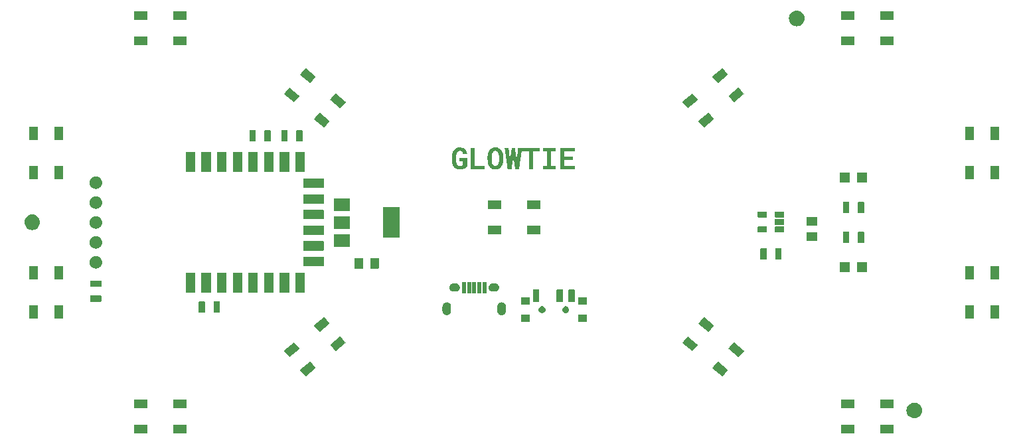
<source format=gts>
G04 #@! TF.GenerationSoftware,KiCad,Pcbnew,7.0.2-0*
G04 #@! TF.CreationDate,2023-07-29T18:05:03-04:00*
G04 #@! TF.ProjectId,glowtie,676c6f77-7469-4652-9e6b-696361645f70,rev?*
G04 #@! TF.SameCoordinates,Original*
G04 #@! TF.FileFunction,Soldermask,Top*
G04 #@! TF.FilePolarity,Negative*
%FSLAX46Y46*%
G04 Gerber Fmt 4.6, Leading zero omitted, Abs format (unit mm)*
G04 Created by KiCad (PCBNEW 7.0.2-0) date 2023-07-29 18:05:03*
%MOMM*%
%LPD*%
G01*
G04 APERTURE LIST*
G04 APERTURE END LIST*
G36*
X29434134Y-67093806D02*
G01*
X29450355Y-67104645D01*
X29461194Y-67120866D01*
X29465000Y-67140000D01*
X29465000Y-68140000D01*
X29461194Y-68159134D01*
X29450355Y-68175355D01*
X29434134Y-68186194D01*
X29415000Y-68190000D01*
X27815000Y-68190000D01*
X27795866Y-68186194D01*
X27779645Y-68175355D01*
X27768806Y-68159134D01*
X27765000Y-68140000D01*
X27765000Y-67140000D01*
X27768806Y-67120866D01*
X27779645Y-67104645D01*
X27795866Y-67093806D01*
X27815000Y-67090000D01*
X29415000Y-67090000D01*
X29434134Y-67093806D01*
G37*
G36*
X34434134Y-67093806D02*
G01*
X34450355Y-67104645D01*
X34461194Y-67120866D01*
X34465000Y-67140000D01*
X34465000Y-68140000D01*
X34461194Y-68159134D01*
X34450355Y-68175355D01*
X34434134Y-68186194D01*
X34415000Y-68190000D01*
X32815000Y-68190000D01*
X32795866Y-68186194D01*
X32779645Y-68175355D01*
X32768806Y-68159134D01*
X32765000Y-68140000D01*
X32765000Y-67140000D01*
X32768806Y-67120866D01*
X32779645Y-67104645D01*
X32795866Y-67093806D01*
X32815000Y-67090000D01*
X34415000Y-67090000D01*
X34434134Y-67093806D01*
G37*
G36*
X119604134Y-67093806D02*
G01*
X119620355Y-67104645D01*
X119631194Y-67120866D01*
X119635000Y-67140000D01*
X119635000Y-68140000D01*
X119631194Y-68159134D01*
X119620355Y-68175355D01*
X119604134Y-68186194D01*
X119585000Y-68190000D01*
X117985000Y-68190000D01*
X117965866Y-68186194D01*
X117949645Y-68175355D01*
X117938806Y-68159134D01*
X117935000Y-68140000D01*
X117935000Y-67140000D01*
X117938806Y-67120866D01*
X117949645Y-67104645D01*
X117965866Y-67093806D01*
X117985000Y-67090000D01*
X119585000Y-67090000D01*
X119604134Y-67093806D01*
G37*
G36*
X124604134Y-67093806D02*
G01*
X124620355Y-67104645D01*
X124631194Y-67120866D01*
X124635000Y-67140000D01*
X124635000Y-68140000D01*
X124631194Y-68159134D01*
X124620355Y-68175355D01*
X124604134Y-68186194D01*
X124585000Y-68190000D01*
X122985000Y-68190000D01*
X122965866Y-68186194D01*
X122949645Y-68175355D01*
X122938806Y-68159134D01*
X122935000Y-68140000D01*
X122935000Y-67140000D01*
X122938806Y-67120866D01*
X122949645Y-67104645D01*
X122965866Y-67093806D01*
X122985000Y-67090000D01*
X124585000Y-67090000D01*
X124604134Y-67093806D01*
G37*
G36*
X29434134Y-63893806D02*
G01*
X29450355Y-63904645D01*
X29461194Y-63920866D01*
X29465000Y-63940000D01*
X29465000Y-64940000D01*
X29461194Y-64959134D01*
X29450355Y-64975355D01*
X29434134Y-64986194D01*
X29415000Y-64990000D01*
X27815000Y-64990000D01*
X27795866Y-64986194D01*
X27779645Y-64975355D01*
X27768806Y-64959134D01*
X27765000Y-64940000D01*
X27765000Y-63940000D01*
X27768806Y-63920866D01*
X27779645Y-63904645D01*
X27795866Y-63893806D01*
X27815000Y-63890000D01*
X29415000Y-63890000D01*
X29434134Y-63893806D01*
G37*
G36*
X34434134Y-63893806D02*
G01*
X34450355Y-63904645D01*
X34461194Y-63920866D01*
X34465000Y-63940000D01*
X34465000Y-64940000D01*
X34461194Y-64959134D01*
X34450355Y-64975355D01*
X34434134Y-64986194D01*
X34415000Y-64990000D01*
X32815000Y-64990000D01*
X32795866Y-64986194D01*
X32779645Y-64975355D01*
X32768806Y-64959134D01*
X32765000Y-64940000D01*
X32765000Y-63940000D01*
X32768806Y-63920866D01*
X32779645Y-63904645D01*
X32795866Y-63893806D01*
X32815000Y-63890000D01*
X34415000Y-63890000D01*
X34434134Y-63893806D01*
G37*
G36*
X119604134Y-63893806D02*
G01*
X119620355Y-63904645D01*
X119631194Y-63920866D01*
X119635000Y-63940000D01*
X119635000Y-64940000D01*
X119631194Y-64959134D01*
X119620355Y-64975355D01*
X119604134Y-64986194D01*
X119585000Y-64990000D01*
X117985000Y-64990000D01*
X117965866Y-64986194D01*
X117949645Y-64975355D01*
X117938806Y-64959134D01*
X117935000Y-64940000D01*
X117935000Y-63940000D01*
X117938806Y-63920866D01*
X117949645Y-63904645D01*
X117965866Y-63893806D01*
X117985000Y-63890000D01*
X119585000Y-63890000D01*
X119604134Y-63893806D01*
G37*
G36*
X124604134Y-63893806D02*
G01*
X124620355Y-63904645D01*
X124631194Y-63920866D01*
X124635000Y-63940000D01*
X124635000Y-64940000D01*
X124631194Y-64959134D01*
X124620355Y-64975355D01*
X124604134Y-64986194D01*
X124585000Y-64990000D01*
X122985000Y-64990000D01*
X122965866Y-64986194D01*
X122949645Y-64975355D01*
X122938806Y-64959134D01*
X122935000Y-64940000D01*
X122935000Y-63940000D01*
X122938806Y-63920866D01*
X122949645Y-63904645D01*
X122965866Y-63893806D01*
X122985000Y-63890000D01*
X124585000Y-63890000D01*
X124604134Y-63893806D01*
G37*
G36*
X127445090Y-64269215D02*
G01*
X127632683Y-64326120D01*
X127805570Y-64418530D01*
X127957107Y-64542893D01*
X128081470Y-64694430D01*
X128173880Y-64867317D01*
X128230785Y-65054910D01*
X128250000Y-65250000D01*
X128230785Y-65445090D01*
X128173880Y-65632683D01*
X128081470Y-65805570D01*
X127957107Y-65957107D01*
X127805570Y-66081470D01*
X127632683Y-66173880D01*
X127445090Y-66230785D01*
X127250000Y-66250000D01*
X127054910Y-66230785D01*
X126867317Y-66173880D01*
X126694430Y-66081470D01*
X126542893Y-65957107D01*
X126418530Y-65805570D01*
X126326120Y-65632683D01*
X126269215Y-65445090D01*
X126250000Y-65250000D01*
X126269215Y-65054910D01*
X126326120Y-64867317D01*
X126418530Y-64694430D01*
X126542893Y-64542893D01*
X126694430Y-64418530D01*
X126867317Y-64326120D01*
X127054910Y-64269215D01*
X127250000Y-64250000D01*
X127445090Y-64269215D01*
G37*
G36*
X50227878Y-59041037D02*
G01*
X50243093Y-59053248D01*
X50885881Y-59819293D01*
X50895264Y-59836397D01*
X50897388Y-59855790D01*
X50891929Y-59874520D01*
X50879718Y-59889734D01*
X49654047Y-60918195D01*
X49636943Y-60927578D01*
X49617550Y-60929702D01*
X49598820Y-60924243D01*
X49583605Y-60912032D01*
X49105829Y-60342641D01*
X48943984Y-60149762D01*
X48943982Y-60149759D01*
X48940817Y-60145987D01*
X48931434Y-60128883D01*
X48929310Y-60109490D01*
X48934769Y-60090760D01*
X48946980Y-60075546D01*
X48950754Y-60072378D01*
X48950756Y-60072377D01*
X50168876Y-59050252D01*
X50168878Y-59050250D01*
X50172651Y-59047085D01*
X50189755Y-59037702D01*
X50209148Y-59035578D01*
X50227878Y-59041037D01*
G37*
G36*
X102210245Y-59037702D02*
G01*
X102227349Y-59047085D01*
X103315914Y-59960500D01*
X103449243Y-60072377D01*
X103453020Y-60075546D01*
X103465231Y-60090760D01*
X103470690Y-60109490D01*
X103468566Y-60128883D01*
X103459183Y-60145987D01*
X102816395Y-60912032D01*
X102801180Y-60924243D01*
X102782450Y-60929702D01*
X102763057Y-60927578D01*
X102745953Y-60918195D01*
X101520282Y-59889734D01*
X101508071Y-59874520D01*
X101502612Y-59855790D01*
X101504736Y-59836397D01*
X101514119Y-59819293D01*
X101648645Y-59658970D01*
X102153741Y-59057020D01*
X102153743Y-59057017D01*
X102156907Y-59053248D01*
X102172122Y-59041037D01*
X102190852Y-59035578D01*
X102210245Y-59037702D01*
G37*
G36*
X48170958Y-56589695D02*
G01*
X48186173Y-56601906D01*
X48828961Y-57367951D01*
X48838344Y-57385055D01*
X48840468Y-57404448D01*
X48835009Y-57423178D01*
X48822798Y-57438392D01*
X47597127Y-58466853D01*
X47580023Y-58476236D01*
X47560630Y-58478360D01*
X47541900Y-58472901D01*
X47526685Y-58460690D01*
X47048909Y-57891299D01*
X46887064Y-57698420D01*
X46887062Y-57698417D01*
X46883897Y-57694645D01*
X46874514Y-57677541D01*
X46872390Y-57658148D01*
X46877849Y-57639418D01*
X46890060Y-57624204D01*
X46893834Y-57621036D01*
X46893836Y-57621035D01*
X48111956Y-56598910D01*
X48111958Y-56598908D01*
X48115731Y-56595743D01*
X48132835Y-56586360D01*
X48152228Y-56584236D01*
X48170958Y-56589695D01*
G37*
G36*
X98380023Y-55823764D02*
G01*
X98397127Y-55833147D01*
X99485692Y-56746562D01*
X99619021Y-56858439D01*
X99622798Y-56861608D01*
X99635009Y-56876822D01*
X99640468Y-56895552D01*
X99638344Y-56914945D01*
X99628961Y-56932049D01*
X98986173Y-57698094D01*
X98970958Y-57710305D01*
X98952228Y-57715764D01*
X98932835Y-57713640D01*
X98915731Y-57704257D01*
X97690060Y-56675796D01*
X97677849Y-56660582D01*
X97672390Y-56641852D01*
X97674514Y-56622459D01*
X97683897Y-56605355D01*
X97818423Y-56445032D01*
X98323519Y-55843082D01*
X98323521Y-55843079D01*
X98326685Y-55839310D01*
X98341900Y-55827099D01*
X98360630Y-55821640D01*
X98380023Y-55823764D01*
G37*
G36*
X104267165Y-56586360D02*
G01*
X104284269Y-56595743D01*
X105372834Y-57509158D01*
X105506163Y-57621035D01*
X105509940Y-57624204D01*
X105522151Y-57639418D01*
X105527610Y-57658148D01*
X105525486Y-57677541D01*
X105516103Y-57694645D01*
X104873315Y-58460690D01*
X104858100Y-58472901D01*
X104839370Y-58478360D01*
X104819977Y-58476236D01*
X104802873Y-58466853D01*
X103577202Y-57438392D01*
X103564991Y-57423178D01*
X103559532Y-57404448D01*
X103561656Y-57385055D01*
X103571039Y-57367951D01*
X103705565Y-57207628D01*
X104210661Y-56605678D01*
X104210663Y-56605675D01*
X104213827Y-56601906D01*
X104229042Y-56589695D01*
X104247772Y-56584236D01*
X104267165Y-56586360D01*
G37*
G36*
X54058100Y-55827099D02*
G01*
X54073315Y-55839310D01*
X54594438Y-56460360D01*
X54700164Y-56586360D01*
X54716103Y-56605355D01*
X54725486Y-56622459D01*
X54727610Y-56641852D01*
X54722151Y-56660582D01*
X54709940Y-56675796D01*
X53484269Y-57704257D01*
X53467165Y-57713640D01*
X53447772Y-57715764D01*
X53429042Y-57710305D01*
X53413827Y-57698094D01*
X52936051Y-57128703D01*
X52774206Y-56935824D01*
X52774204Y-56935821D01*
X52771039Y-56932049D01*
X52761656Y-56914945D01*
X52759532Y-56895552D01*
X52764991Y-56876822D01*
X52777202Y-56861608D01*
X52780976Y-56858440D01*
X52780978Y-56858439D01*
X53999098Y-55836314D01*
X53999100Y-55836312D01*
X54002873Y-55833147D01*
X54019977Y-55823764D01*
X54039370Y-55821640D01*
X54058100Y-55827099D01*
G37*
G36*
X15429134Y-51818806D02*
G01*
X15445355Y-51829645D01*
X15456194Y-51845866D01*
X15460000Y-51865000D01*
X15460000Y-53465000D01*
X15456194Y-53484134D01*
X15445355Y-53500355D01*
X15429134Y-53511194D01*
X15410000Y-53515000D01*
X14410000Y-53515000D01*
X14390866Y-53511194D01*
X14374645Y-53500355D01*
X14363806Y-53484134D01*
X14360000Y-53465000D01*
X14360000Y-51865000D01*
X14363806Y-51845866D01*
X14374645Y-51829645D01*
X14390866Y-51818806D01*
X14410000Y-51815000D01*
X15410000Y-51815000D01*
X15429134Y-51818806D01*
G37*
G36*
X18629134Y-51818806D02*
G01*
X18645355Y-51829645D01*
X18656194Y-51845866D01*
X18660000Y-51865000D01*
X18660000Y-53465000D01*
X18656194Y-53484134D01*
X18645355Y-53500355D01*
X18629134Y-53511194D01*
X18610000Y-53515000D01*
X17610000Y-53515000D01*
X17590866Y-53511194D01*
X17574645Y-53500355D01*
X17563806Y-53484134D01*
X17560000Y-53465000D01*
X17560000Y-51865000D01*
X17563806Y-51845866D01*
X17574645Y-51829645D01*
X17590866Y-51818806D01*
X17610000Y-51815000D01*
X18610000Y-51815000D01*
X18629134Y-51818806D01*
G37*
G36*
X52001180Y-53375757D02*
G01*
X52016395Y-53387968D01*
X52659183Y-54154013D01*
X52668566Y-54171117D01*
X52670690Y-54190510D01*
X52665231Y-54209240D01*
X52653020Y-54224454D01*
X51427349Y-55252915D01*
X51410245Y-55262298D01*
X51390852Y-55264422D01*
X51372122Y-55258963D01*
X51356907Y-55246752D01*
X50879131Y-54677361D01*
X50717286Y-54484482D01*
X50717284Y-54484479D01*
X50714119Y-54480707D01*
X50704736Y-54463603D01*
X50702612Y-54444210D01*
X50708071Y-54425480D01*
X50720282Y-54410266D01*
X50724056Y-54407098D01*
X50724058Y-54407097D01*
X51942178Y-53384972D01*
X51942180Y-53384970D01*
X51945953Y-53381805D01*
X51963057Y-53372422D01*
X51982450Y-53370298D01*
X52001180Y-53375757D01*
G37*
G36*
X23529134Y-50591806D02*
G01*
X23545355Y-50602645D01*
X23556194Y-50618866D01*
X23560000Y-50638000D01*
X23560000Y-51338000D01*
X23556194Y-51357134D01*
X23545355Y-51373355D01*
X23529134Y-51384194D01*
X23510000Y-51388000D01*
X22210000Y-51388000D01*
X22190866Y-51384194D01*
X22174645Y-51373355D01*
X22163806Y-51357134D01*
X22160000Y-51338000D01*
X22160000Y-50638000D01*
X22163806Y-50618866D01*
X22174645Y-50602645D01*
X22190866Y-50591806D01*
X22210000Y-50588000D01*
X23510000Y-50588000D01*
X23529134Y-50591806D01*
G37*
G36*
X36757134Y-51373806D02*
G01*
X36773355Y-51384645D01*
X36784194Y-51400866D01*
X36788000Y-51420000D01*
X36788000Y-52720000D01*
X36784194Y-52739134D01*
X36773355Y-52755355D01*
X36757134Y-52766194D01*
X36738000Y-52770000D01*
X36038000Y-52770000D01*
X36018866Y-52766194D01*
X36002645Y-52755355D01*
X35991806Y-52739134D01*
X35988000Y-52720000D01*
X35988000Y-51420000D01*
X35991806Y-51400866D01*
X36002645Y-51384645D01*
X36018866Y-51373806D01*
X36038000Y-51370000D01*
X36738000Y-51370000D01*
X36757134Y-51373806D01*
G37*
G36*
X38657134Y-51373806D02*
G01*
X38673355Y-51384645D01*
X38684194Y-51400866D01*
X38688000Y-51420000D01*
X38688000Y-52720000D01*
X38684194Y-52739134D01*
X38673355Y-52755355D01*
X38657134Y-52766194D01*
X38638000Y-52770000D01*
X37938000Y-52770000D01*
X37918866Y-52766194D01*
X37902645Y-52755355D01*
X37891806Y-52739134D01*
X37888000Y-52720000D01*
X37888000Y-51420000D01*
X37891806Y-51400866D01*
X37902645Y-51384645D01*
X37918866Y-51373806D01*
X37938000Y-51370000D01*
X38638000Y-51370000D01*
X38657134Y-51373806D01*
G37*
G36*
X74674053Y-51459546D02*
G01*
X74731901Y-51463504D01*
X74748251Y-51469314D01*
X74762237Y-51471156D01*
X74815437Y-51493192D01*
X74873036Y-51513663D01*
X74884652Y-51521862D01*
X74894783Y-51526059D01*
X74942860Y-51562950D01*
X74995404Y-51600040D01*
X75002396Y-51608634D01*
X75008604Y-51613398D01*
X75047314Y-51663846D01*
X75089931Y-51716229D01*
X75093090Y-51723502D01*
X75095939Y-51727215D01*
X75121362Y-51788591D01*
X75149605Y-51853612D01*
X75150255Y-51858343D01*
X75150843Y-51859762D01*
X75159770Y-51927573D01*
X75170000Y-52002000D01*
X75170000Y-52552000D01*
X75164877Y-52626892D01*
X75155128Y-52661684D01*
X75150843Y-52694237D01*
X75135900Y-52730310D01*
X75124466Y-52771121D01*
X75107309Y-52799332D01*
X75095939Y-52826784D01*
X75070285Y-52860216D01*
X75046641Y-52899098D01*
X75024795Y-52919499D01*
X75008603Y-52940603D01*
X74972710Y-52968143D01*
X74937174Y-53001333D01*
X74913410Y-53013646D01*
X74894784Y-53027939D01*
X74850135Y-53046433D01*
X74804184Y-53070244D01*
X74781045Y-53075052D01*
X74762237Y-53082843D01*
X74711254Y-53089554D01*
X74657533Y-53100718D01*
X74637082Y-53099319D01*
X74620000Y-53101568D01*
X74565961Y-53094454D01*
X74508099Y-53090496D01*
X74491744Y-53084683D01*
X74477762Y-53082843D01*
X74424572Y-53060810D01*
X74366964Y-53040337D01*
X74355345Y-53032135D01*
X74345216Y-53027940D01*
X74297142Y-52991051D01*
X74244596Y-52953960D01*
X74237603Y-52945364D01*
X74231395Y-52940601D01*
X74192681Y-52890148D01*
X74150069Y-52837771D01*
X74146909Y-52830498D01*
X74144060Y-52826784D01*
X74118624Y-52765379D01*
X74090395Y-52700388D01*
X74089745Y-52695659D01*
X74089156Y-52694237D01*
X74080219Y-52626357D01*
X74070000Y-52552000D01*
X74070000Y-52002000D01*
X74075123Y-51927108D01*
X74084869Y-51892321D01*
X74089156Y-51859762D01*
X74104102Y-51823679D01*
X74115534Y-51782879D01*
X74132685Y-51754674D01*
X74144060Y-51727215D01*
X74169721Y-51693772D01*
X74193359Y-51654902D01*
X74215197Y-51634505D01*
X74231396Y-51613396D01*
X74267299Y-51585846D01*
X74302826Y-51552667D01*
X74326582Y-51540357D01*
X74345215Y-51526060D01*
X74389877Y-51507559D01*
X74435816Y-51483756D01*
X74458948Y-51478949D01*
X74477762Y-51471156D01*
X74528759Y-51464442D01*
X74582467Y-51453282D01*
X74602912Y-51454680D01*
X74620000Y-51452431D01*
X74674053Y-51459546D01*
G37*
G36*
X78149134Y-53053806D02*
G01*
X78165355Y-53064645D01*
X78176194Y-53080866D01*
X78180000Y-53100000D01*
X78180000Y-53900000D01*
X78176194Y-53919134D01*
X78165355Y-53935355D01*
X78149134Y-53946194D01*
X78130000Y-53950000D01*
X77130000Y-53950000D01*
X77110866Y-53946194D01*
X77094645Y-53935355D01*
X77083806Y-53919134D01*
X77080000Y-53900000D01*
X77080000Y-53100000D01*
X77083806Y-53080866D01*
X77094645Y-53064645D01*
X77110866Y-53053806D01*
X77130000Y-53050000D01*
X78130000Y-53050000D01*
X78149134Y-53053806D01*
G37*
G36*
X85449134Y-53053806D02*
G01*
X85465355Y-53064645D01*
X85476194Y-53080866D01*
X85480000Y-53100000D01*
X85480000Y-53900000D01*
X85476194Y-53919134D01*
X85465355Y-53935355D01*
X85449134Y-53946194D01*
X85430000Y-53950000D01*
X84430000Y-53950000D01*
X84410866Y-53946194D01*
X84394645Y-53935355D01*
X84383806Y-53919134D01*
X84380000Y-53900000D01*
X84380000Y-53100000D01*
X84383806Y-53080866D01*
X84394645Y-53064645D01*
X84410866Y-53053806D01*
X84430000Y-53050000D01*
X85430000Y-53050000D01*
X85449134Y-53053806D01*
G37*
G36*
X100436943Y-53372422D02*
G01*
X100454047Y-53381805D01*
X101542612Y-54295220D01*
X101675941Y-54407097D01*
X101679718Y-54410266D01*
X101691929Y-54425480D01*
X101697388Y-54444210D01*
X101695264Y-54463603D01*
X101685881Y-54480707D01*
X101043093Y-55246752D01*
X101027878Y-55258963D01*
X101009148Y-55264422D01*
X100989755Y-55262298D01*
X100972651Y-55252915D01*
X99746980Y-54224454D01*
X99734769Y-54209240D01*
X99729310Y-54190510D01*
X99731434Y-54171117D01*
X99740817Y-54154013D01*
X99958094Y-53895072D01*
X100380439Y-53391740D01*
X100380441Y-53391737D01*
X100383605Y-53387968D01*
X100398820Y-53375757D01*
X100417550Y-53370298D01*
X100436943Y-53372422D01*
G37*
G36*
X134809134Y-51818806D02*
G01*
X134825355Y-51829645D01*
X134836194Y-51845866D01*
X134840000Y-51865000D01*
X134840000Y-53465000D01*
X134836194Y-53484134D01*
X134825355Y-53500355D01*
X134809134Y-53511194D01*
X134790000Y-53515000D01*
X133790000Y-53515000D01*
X133770866Y-53511194D01*
X133754645Y-53500355D01*
X133743806Y-53484134D01*
X133740000Y-53465000D01*
X133740000Y-51865000D01*
X133743806Y-51845866D01*
X133754645Y-51829645D01*
X133770866Y-51818806D01*
X133790000Y-51815000D01*
X134790000Y-51815000D01*
X134809134Y-51818806D01*
G37*
G36*
X138009134Y-51818806D02*
G01*
X138025355Y-51829645D01*
X138036194Y-51845866D01*
X138040000Y-51865000D01*
X138040000Y-53465000D01*
X138036194Y-53484134D01*
X138025355Y-53500355D01*
X138009134Y-53511194D01*
X137990000Y-53515000D01*
X136990000Y-53515000D01*
X136970866Y-53511194D01*
X136954645Y-53500355D01*
X136943806Y-53484134D01*
X136940000Y-53465000D01*
X136940000Y-51865000D01*
X136943806Y-51845866D01*
X136954645Y-51829645D01*
X136970866Y-51818806D01*
X136990000Y-51815000D01*
X137990000Y-51815000D01*
X138009134Y-51818806D01*
G37*
G36*
X67674053Y-51459546D02*
G01*
X67731901Y-51463504D01*
X67748251Y-51469314D01*
X67762237Y-51471156D01*
X67815437Y-51493192D01*
X67873036Y-51513663D01*
X67884652Y-51521862D01*
X67894783Y-51526059D01*
X67942860Y-51562950D01*
X67995404Y-51600040D01*
X68002396Y-51608634D01*
X68008604Y-51613398D01*
X68047314Y-51663846D01*
X68089931Y-51716229D01*
X68093090Y-51723502D01*
X68095939Y-51727215D01*
X68121362Y-51788591D01*
X68149605Y-51853612D01*
X68150255Y-51858343D01*
X68150843Y-51859762D01*
X68159770Y-51927573D01*
X68170000Y-52002000D01*
X68170000Y-52552000D01*
X68164877Y-52626892D01*
X68155128Y-52661684D01*
X68150843Y-52694237D01*
X68135900Y-52730310D01*
X68124466Y-52771121D01*
X68107309Y-52799332D01*
X68095939Y-52826784D01*
X68070285Y-52860216D01*
X68046641Y-52899098D01*
X68024795Y-52919499D01*
X68008603Y-52940603D01*
X67972710Y-52968143D01*
X67937174Y-53001333D01*
X67913410Y-53013646D01*
X67894784Y-53027939D01*
X67850135Y-53046433D01*
X67804184Y-53070244D01*
X67781045Y-53075052D01*
X67762237Y-53082843D01*
X67711254Y-53089554D01*
X67657533Y-53100718D01*
X67637082Y-53099319D01*
X67620000Y-53101568D01*
X67565961Y-53094454D01*
X67508099Y-53090496D01*
X67491744Y-53084683D01*
X67477762Y-53082843D01*
X67424572Y-53060810D01*
X67366964Y-53040337D01*
X67355345Y-53032135D01*
X67345216Y-53027940D01*
X67297142Y-52991051D01*
X67244596Y-52953960D01*
X67237603Y-52945364D01*
X67231395Y-52940601D01*
X67192681Y-52890148D01*
X67150069Y-52837771D01*
X67146909Y-52830498D01*
X67144060Y-52826784D01*
X67118624Y-52765379D01*
X67090395Y-52700388D01*
X67089745Y-52695659D01*
X67089156Y-52694237D01*
X67080219Y-52626357D01*
X67070000Y-52552000D01*
X67070000Y-52002000D01*
X67075123Y-51927108D01*
X67084869Y-51892321D01*
X67089156Y-51859762D01*
X67104102Y-51823679D01*
X67115534Y-51782879D01*
X67132685Y-51754674D01*
X67144060Y-51727215D01*
X67169721Y-51693772D01*
X67193359Y-51654902D01*
X67215197Y-51634505D01*
X67231396Y-51613396D01*
X67267299Y-51585846D01*
X67302826Y-51552667D01*
X67326582Y-51540357D01*
X67345215Y-51526060D01*
X67389877Y-51507559D01*
X67435816Y-51483756D01*
X67458948Y-51478949D01*
X67477762Y-51471156D01*
X67528759Y-51464442D01*
X67582467Y-51453282D01*
X67602912Y-51454680D01*
X67620000Y-51452431D01*
X67674053Y-51459546D01*
G37*
G36*
X79966937Y-51990666D02*
G01*
X80074687Y-52059913D01*
X80158564Y-52156712D01*
X80211772Y-52273220D01*
X80230000Y-52400000D01*
X80211772Y-52526780D01*
X80158564Y-52643288D01*
X80074687Y-52740087D01*
X79966937Y-52809334D01*
X79844042Y-52845420D01*
X79715958Y-52845420D01*
X79593063Y-52809334D01*
X79485313Y-52740087D01*
X79401436Y-52643288D01*
X79348228Y-52526780D01*
X79330000Y-52400000D01*
X79348228Y-52273220D01*
X79401436Y-52156712D01*
X79485313Y-52059913D01*
X79593063Y-51990666D01*
X79715958Y-51954580D01*
X79844042Y-51954580D01*
X79966937Y-51990666D01*
G37*
G36*
X82966937Y-51990666D02*
G01*
X83074687Y-52059913D01*
X83158564Y-52156712D01*
X83211772Y-52273220D01*
X83230000Y-52400000D01*
X83211772Y-52526780D01*
X83158564Y-52643288D01*
X83074687Y-52740087D01*
X82966937Y-52809334D01*
X82844042Y-52845420D01*
X82715958Y-52845420D01*
X82593063Y-52809334D01*
X82485313Y-52740087D01*
X82401436Y-52643288D01*
X82348228Y-52526780D01*
X82330000Y-52400000D01*
X82348228Y-52273220D01*
X82401436Y-52156712D01*
X82485313Y-52059913D01*
X82593063Y-51990666D01*
X82715958Y-51954580D01*
X82844042Y-51954580D01*
X82966937Y-51990666D01*
G37*
G36*
X78149134Y-50843806D02*
G01*
X78165355Y-50854645D01*
X78176194Y-50870866D01*
X78180000Y-50890000D01*
X78180000Y-51690000D01*
X78176194Y-51709134D01*
X78165355Y-51725355D01*
X78149134Y-51736194D01*
X78130000Y-51740000D01*
X77130000Y-51740000D01*
X77110866Y-51736194D01*
X77094645Y-51725355D01*
X77083806Y-51709134D01*
X77080000Y-51690000D01*
X77080000Y-50890000D01*
X77083806Y-50870866D01*
X77094645Y-50854645D01*
X77110866Y-50843806D01*
X77130000Y-50840000D01*
X78130000Y-50840000D01*
X78149134Y-50843806D01*
G37*
G36*
X15429134Y-46818806D02*
G01*
X15445355Y-46829645D01*
X15456194Y-46845866D01*
X15460000Y-46865000D01*
X15460000Y-48465000D01*
X15456194Y-48484134D01*
X15445355Y-48500355D01*
X15429134Y-48511194D01*
X15410000Y-48515000D01*
X14410000Y-48515000D01*
X14390866Y-48511194D01*
X14374645Y-48500355D01*
X14363806Y-48484134D01*
X14360000Y-48465000D01*
X14360000Y-46865000D01*
X14363806Y-46845866D01*
X14374645Y-46829645D01*
X14390866Y-46818806D01*
X14410000Y-46815000D01*
X15410000Y-46815000D01*
X15429134Y-46818806D01*
G37*
G36*
X18629134Y-46818806D02*
G01*
X18645355Y-46829645D01*
X18656194Y-46845866D01*
X18660000Y-46865000D01*
X18660000Y-48465000D01*
X18656194Y-48484134D01*
X18645355Y-48500355D01*
X18629134Y-48511194D01*
X18610000Y-48515000D01*
X17610000Y-48515000D01*
X17590866Y-48511194D01*
X17574645Y-48500355D01*
X17563806Y-48484134D01*
X17560000Y-48465000D01*
X17560000Y-46865000D01*
X17563806Y-46845866D01*
X17574645Y-46829645D01*
X17590866Y-46818806D01*
X17610000Y-46815000D01*
X18610000Y-46815000D01*
X18629134Y-46818806D01*
G37*
G36*
X35494134Y-47663806D02*
G01*
X35510355Y-47674645D01*
X35521194Y-47690866D01*
X35525000Y-47710000D01*
X35525000Y-50210000D01*
X35521194Y-50229134D01*
X35510355Y-50245355D01*
X35494134Y-50256194D01*
X35475000Y-50260000D01*
X34375000Y-50260000D01*
X34355866Y-50256194D01*
X34339645Y-50245355D01*
X34328806Y-50229134D01*
X34325000Y-50210000D01*
X34325000Y-47710000D01*
X34328806Y-47690866D01*
X34339645Y-47674645D01*
X34355866Y-47663806D01*
X34375000Y-47660000D01*
X35475000Y-47660000D01*
X35494134Y-47663806D01*
G37*
G36*
X37494134Y-47663806D02*
G01*
X37510355Y-47674645D01*
X37521194Y-47690866D01*
X37525000Y-47710000D01*
X37525000Y-50210000D01*
X37521194Y-50229134D01*
X37510355Y-50245355D01*
X37494134Y-50256194D01*
X37475000Y-50260000D01*
X36375000Y-50260000D01*
X36355866Y-50256194D01*
X36339645Y-50245355D01*
X36328806Y-50229134D01*
X36325000Y-50210000D01*
X36325000Y-47710000D01*
X36328806Y-47690866D01*
X36339645Y-47674645D01*
X36355866Y-47663806D01*
X36375000Y-47660000D01*
X37475000Y-47660000D01*
X37494134Y-47663806D01*
G37*
G36*
X39494134Y-47663806D02*
G01*
X39510355Y-47674645D01*
X39521194Y-47690866D01*
X39525000Y-47710000D01*
X39525000Y-50210000D01*
X39521194Y-50229134D01*
X39510355Y-50245355D01*
X39494134Y-50256194D01*
X39475000Y-50260000D01*
X38375000Y-50260000D01*
X38355866Y-50256194D01*
X38339645Y-50245355D01*
X38328806Y-50229134D01*
X38325000Y-50210000D01*
X38325000Y-47710000D01*
X38328806Y-47690866D01*
X38339645Y-47674645D01*
X38355866Y-47663806D01*
X38375000Y-47660000D01*
X39475000Y-47660000D01*
X39494134Y-47663806D01*
G37*
G36*
X41494134Y-47663806D02*
G01*
X41510355Y-47674645D01*
X41521194Y-47690866D01*
X41525000Y-47710000D01*
X41525000Y-50210000D01*
X41521194Y-50229134D01*
X41510355Y-50245355D01*
X41494134Y-50256194D01*
X41475000Y-50260000D01*
X40375000Y-50260000D01*
X40355866Y-50256194D01*
X40339645Y-50245355D01*
X40328806Y-50229134D01*
X40325000Y-50210000D01*
X40325000Y-47710000D01*
X40328806Y-47690866D01*
X40339645Y-47674645D01*
X40355866Y-47663806D01*
X40375000Y-47660000D01*
X41475000Y-47660000D01*
X41494134Y-47663806D01*
G37*
G36*
X43494134Y-47663806D02*
G01*
X43510355Y-47674645D01*
X43521194Y-47690866D01*
X43525000Y-47710000D01*
X43525000Y-50210000D01*
X43521194Y-50229134D01*
X43510355Y-50245355D01*
X43494134Y-50256194D01*
X43475000Y-50260000D01*
X42375000Y-50260000D01*
X42355866Y-50256194D01*
X42339645Y-50245355D01*
X42328806Y-50229134D01*
X42325000Y-50210000D01*
X42325000Y-47710000D01*
X42328806Y-47690866D01*
X42339645Y-47674645D01*
X42355866Y-47663806D01*
X42375000Y-47660000D01*
X43475000Y-47660000D01*
X43494134Y-47663806D01*
G37*
G36*
X45494134Y-47663806D02*
G01*
X45510355Y-47674645D01*
X45521194Y-47690866D01*
X45525000Y-47710000D01*
X45525000Y-50210000D01*
X45521194Y-50229134D01*
X45510355Y-50245355D01*
X45494134Y-50256194D01*
X45475000Y-50260000D01*
X44375000Y-50260000D01*
X44355866Y-50256194D01*
X44339645Y-50245355D01*
X44328806Y-50229134D01*
X44325000Y-50210000D01*
X44325000Y-47710000D01*
X44328806Y-47690866D01*
X44339645Y-47674645D01*
X44355866Y-47663806D01*
X44375000Y-47660000D01*
X45475000Y-47660000D01*
X45494134Y-47663806D01*
G37*
G36*
X47494134Y-47663806D02*
G01*
X47510355Y-47674645D01*
X47521194Y-47690866D01*
X47525000Y-47710000D01*
X47525000Y-50210000D01*
X47521194Y-50229134D01*
X47510355Y-50245355D01*
X47494134Y-50256194D01*
X47475000Y-50260000D01*
X46375000Y-50260000D01*
X46355866Y-50256194D01*
X46339645Y-50245355D01*
X46328806Y-50229134D01*
X46325000Y-50210000D01*
X46325000Y-47710000D01*
X46328806Y-47690866D01*
X46339645Y-47674645D01*
X46355866Y-47663806D01*
X46375000Y-47660000D01*
X47475000Y-47660000D01*
X47494134Y-47663806D01*
G37*
G36*
X49494134Y-47663806D02*
G01*
X49510355Y-47674645D01*
X49521194Y-47690866D01*
X49525000Y-47710000D01*
X49525000Y-50210000D01*
X49521194Y-50229134D01*
X49510355Y-50245355D01*
X49494134Y-50256194D01*
X49475000Y-50260000D01*
X48375000Y-50260000D01*
X48355866Y-50256194D01*
X48339645Y-50245355D01*
X48328806Y-50229134D01*
X48325000Y-50210000D01*
X48325000Y-47710000D01*
X48328806Y-47690866D01*
X48339645Y-47674645D01*
X48355866Y-47663806D01*
X48375000Y-47660000D01*
X49475000Y-47660000D01*
X49494134Y-47663806D01*
G37*
G36*
X70039134Y-48855806D02*
G01*
X70055355Y-48866645D01*
X70066194Y-48882866D01*
X70070000Y-48902000D01*
X70070000Y-50252000D01*
X70066194Y-50271134D01*
X70055355Y-50287355D01*
X70039134Y-50298194D01*
X70020000Y-50302000D01*
X69620000Y-50302000D01*
X69600866Y-50298194D01*
X69584645Y-50287355D01*
X69573806Y-50271134D01*
X69570000Y-50252000D01*
X69570000Y-48902000D01*
X69573806Y-48882866D01*
X69584645Y-48866645D01*
X69600866Y-48855806D01*
X69620000Y-48852000D01*
X70020000Y-48852000D01*
X70039134Y-48855806D01*
G37*
G36*
X70689134Y-48855806D02*
G01*
X70705355Y-48866645D01*
X70716194Y-48882866D01*
X70720000Y-48902000D01*
X70720000Y-50252000D01*
X70716194Y-50271134D01*
X70705355Y-50287355D01*
X70689134Y-50298194D01*
X70670000Y-50302000D01*
X70270000Y-50302000D01*
X70250866Y-50298194D01*
X70234645Y-50287355D01*
X70223806Y-50271134D01*
X70220000Y-50252000D01*
X70220000Y-48902000D01*
X70223806Y-48882866D01*
X70234645Y-48866645D01*
X70250866Y-48855806D01*
X70270000Y-48852000D01*
X70670000Y-48852000D01*
X70689134Y-48855806D01*
G37*
G36*
X71339134Y-48855806D02*
G01*
X71355355Y-48866645D01*
X71366194Y-48882866D01*
X71370000Y-48902000D01*
X71370000Y-50252000D01*
X71366194Y-50271134D01*
X71355355Y-50287355D01*
X71339134Y-50298194D01*
X71320000Y-50302000D01*
X70920000Y-50302000D01*
X70900866Y-50298194D01*
X70884645Y-50287355D01*
X70873806Y-50271134D01*
X70870000Y-50252000D01*
X70870000Y-48902000D01*
X70873806Y-48882866D01*
X70884645Y-48866645D01*
X70900866Y-48855806D01*
X70920000Y-48852000D01*
X71320000Y-48852000D01*
X71339134Y-48855806D01*
G37*
G36*
X71989134Y-48855806D02*
G01*
X72005355Y-48866645D01*
X72016194Y-48882866D01*
X72020000Y-48902000D01*
X72020000Y-50252000D01*
X72016194Y-50271134D01*
X72005355Y-50287355D01*
X71989134Y-50298194D01*
X71970000Y-50302000D01*
X71570000Y-50302000D01*
X71550866Y-50298194D01*
X71534645Y-50287355D01*
X71523806Y-50271134D01*
X71520000Y-50252000D01*
X71520000Y-48902000D01*
X71523806Y-48882866D01*
X71534645Y-48866645D01*
X71550866Y-48855806D01*
X71570000Y-48852000D01*
X71970000Y-48852000D01*
X71989134Y-48855806D01*
G37*
G36*
X72639134Y-48855806D02*
G01*
X72655355Y-48866645D01*
X72666194Y-48882866D01*
X72670000Y-48902000D01*
X72670000Y-50252000D01*
X72666194Y-50271134D01*
X72655355Y-50287355D01*
X72639134Y-50298194D01*
X72620000Y-50302000D01*
X72220000Y-50302000D01*
X72200866Y-50298194D01*
X72184645Y-50287355D01*
X72173806Y-50271134D01*
X72170000Y-50252000D01*
X72170000Y-48902000D01*
X72173806Y-48882866D01*
X72184645Y-48866645D01*
X72200866Y-48855806D01*
X72220000Y-48852000D01*
X72620000Y-48852000D01*
X72639134Y-48855806D01*
G37*
G36*
X73841487Y-49056890D02*
G01*
X73874829Y-49066232D01*
X73905767Y-49070305D01*
X73940052Y-49084506D01*
X73979161Y-49095464D01*
X74006193Y-49111902D01*
X74032284Y-49122710D01*
X74064063Y-49147094D01*
X74101321Y-49169752D01*
X74120869Y-49190683D01*
X74140926Y-49206073D01*
X74167099Y-49240183D01*
X74198909Y-49274243D01*
X74210710Y-49297019D01*
X74224289Y-49314715D01*
X74241857Y-49357130D01*
X74264687Y-49401188D01*
X74269297Y-49423375D01*
X74276694Y-49441232D01*
X74283066Y-49489634D01*
X74293776Y-49541173D01*
X74292434Y-49560791D01*
X74294568Y-49577000D01*
X74287818Y-49628267D01*
X74284019Y-49683814D01*
X74278438Y-49699516D01*
X74276694Y-49712767D01*
X74255813Y-49763177D01*
X74236140Y-49818534D01*
X74228260Y-49829696D01*
X74224289Y-49839285D01*
X74189363Y-49884800D01*
X74153689Y-49935340D01*
X74145423Y-49942064D01*
X74140926Y-49947926D01*
X74093300Y-49984469D01*
X74042782Y-50025570D01*
X74035765Y-50028617D01*
X74032284Y-50031289D01*
X73974764Y-50055114D01*
X73911643Y-50082532D01*
X73907047Y-50083163D01*
X73905767Y-50083694D01*
X73844520Y-50091757D01*
X73770000Y-50102000D01*
X73766725Y-50102000D01*
X73473275Y-50102000D01*
X73470000Y-50102000D01*
X73398513Y-50097110D01*
X73365165Y-50087766D01*
X73334232Y-50083694D01*
X73299952Y-50069494D01*
X73260839Y-50058536D01*
X73233803Y-50042095D01*
X73207715Y-50031289D01*
X73175938Y-50006906D01*
X73138679Y-49984248D01*
X73119129Y-49963315D01*
X73099073Y-49947926D01*
X73072898Y-49913814D01*
X73041091Y-49879757D01*
X73029289Y-49856981D01*
X73015710Y-49839284D01*
X72998139Y-49796864D01*
X72975313Y-49752812D01*
X72970703Y-49730627D01*
X72963305Y-49712767D01*
X72956931Y-49664353D01*
X72946224Y-49612827D01*
X72947565Y-49593213D01*
X72945431Y-49577000D01*
X72952182Y-49525715D01*
X72955981Y-49470186D01*
X72961559Y-49454488D01*
X72963305Y-49441232D01*
X72984194Y-49390798D01*
X73003860Y-49335466D01*
X73011735Y-49324308D01*
X73015710Y-49314714D01*
X73050656Y-49269170D01*
X73086311Y-49218660D01*
X73094571Y-49211939D01*
X73099073Y-49206073D01*
X73146737Y-49169499D01*
X73197218Y-49128430D01*
X73204229Y-49125384D01*
X73207715Y-49122710D01*
X73265306Y-49098854D01*
X73328357Y-49071468D01*
X73332947Y-49070837D01*
X73334232Y-49070305D01*
X73395588Y-49062227D01*
X73470000Y-49052000D01*
X73770000Y-49052000D01*
X73841487Y-49056890D01*
G37*
G36*
X79399134Y-49843806D02*
G01*
X79415355Y-49854645D01*
X79426194Y-49870866D01*
X79430000Y-49890000D01*
X79430000Y-51390000D01*
X79426194Y-51409134D01*
X79415355Y-51425355D01*
X79399134Y-51436194D01*
X79380000Y-51440000D01*
X78680000Y-51440000D01*
X78660866Y-51436194D01*
X78644645Y-51425355D01*
X78633806Y-51409134D01*
X78630000Y-51390000D01*
X78630000Y-49890000D01*
X78633806Y-49870866D01*
X78644645Y-49854645D01*
X78660866Y-49843806D01*
X78680000Y-49840000D01*
X79380000Y-49840000D01*
X79399134Y-49843806D01*
G37*
G36*
X82399134Y-49843806D02*
G01*
X82415355Y-49854645D01*
X82426194Y-49870866D01*
X82430000Y-49890000D01*
X82430000Y-51390000D01*
X82426194Y-51409134D01*
X82415355Y-51425355D01*
X82399134Y-51436194D01*
X82380000Y-51440000D01*
X81680000Y-51440000D01*
X81660866Y-51436194D01*
X81644645Y-51425355D01*
X81633806Y-51409134D01*
X81630000Y-51390000D01*
X81630000Y-49890000D01*
X81633806Y-49870866D01*
X81644645Y-49854645D01*
X81660866Y-49843806D01*
X81680000Y-49840000D01*
X82380000Y-49840000D01*
X82399134Y-49843806D01*
G37*
G36*
X83899134Y-49843806D02*
G01*
X83915355Y-49854645D01*
X83926194Y-49870866D01*
X83930000Y-49890000D01*
X83930000Y-51390000D01*
X83926194Y-51409134D01*
X83915355Y-51425355D01*
X83899134Y-51436194D01*
X83880000Y-51440000D01*
X83180000Y-51440000D01*
X83160866Y-51436194D01*
X83144645Y-51425355D01*
X83133806Y-51409134D01*
X83130000Y-51390000D01*
X83130000Y-49890000D01*
X83133806Y-49870866D01*
X83144645Y-49854645D01*
X83160866Y-49843806D01*
X83180000Y-49840000D01*
X83880000Y-49840000D01*
X83899134Y-49843806D01*
G37*
G36*
X85449134Y-50843806D02*
G01*
X85465355Y-50854645D01*
X85476194Y-50870866D01*
X85480000Y-50890000D01*
X85480000Y-51690000D01*
X85476194Y-51709134D01*
X85465355Y-51725355D01*
X85449134Y-51736194D01*
X85430000Y-51740000D01*
X84430000Y-51740000D01*
X84410866Y-51736194D01*
X84394645Y-51725355D01*
X84383806Y-51709134D01*
X84380000Y-51690000D01*
X84380000Y-50890000D01*
X84383806Y-50870866D01*
X84394645Y-50854645D01*
X84410866Y-50843806D01*
X84430000Y-50840000D01*
X85430000Y-50840000D01*
X85449134Y-50843806D01*
G37*
G36*
X68841487Y-49056890D02*
G01*
X68874829Y-49066232D01*
X68905767Y-49070305D01*
X68940052Y-49084506D01*
X68979161Y-49095464D01*
X69006193Y-49111902D01*
X69032284Y-49122710D01*
X69064063Y-49147094D01*
X69101321Y-49169752D01*
X69120869Y-49190683D01*
X69140926Y-49206073D01*
X69167099Y-49240183D01*
X69198909Y-49274243D01*
X69210710Y-49297019D01*
X69224289Y-49314715D01*
X69241857Y-49357130D01*
X69264687Y-49401188D01*
X69269297Y-49423375D01*
X69276694Y-49441232D01*
X69283066Y-49489634D01*
X69293776Y-49541173D01*
X69292434Y-49560791D01*
X69294568Y-49577000D01*
X69287818Y-49628267D01*
X69284019Y-49683814D01*
X69278438Y-49699516D01*
X69276694Y-49712767D01*
X69255813Y-49763177D01*
X69236140Y-49818534D01*
X69228260Y-49829696D01*
X69224289Y-49839285D01*
X69189363Y-49884800D01*
X69153689Y-49935340D01*
X69145423Y-49942064D01*
X69140926Y-49947926D01*
X69093300Y-49984469D01*
X69042782Y-50025570D01*
X69035765Y-50028617D01*
X69032284Y-50031289D01*
X68974764Y-50055114D01*
X68911643Y-50082532D01*
X68907047Y-50083163D01*
X68905767Y-50083694D01*
X68844520Y-50091757D01*
X68770000Y-50102000D01*
X68766725Y-50102000D01*
X68473275Y-50102000D01*
X68470000Y-50102000D01*
X68398513Y-50097110D01*
X68365165Y-50087766D01*
X68334232Y-50083694D01*
X68299952Y-50069494D01*
X68260839Y-50058536D01*
X68233803Y-50042095D01*
X68207715Y-50031289D01*
X68175938Y-50006906D01*
X68138679Y-49984248D01*
X68119129Y-49963315D01*
X68099073Y-49947926D01*
X68072898Y-49913814D01*
X68041091Y-49879757D01*
X68029289Y-49856981D01*
X68015710Y-49839284D01*
X67998139Y-49796864D01*
X67975313Y-49752812D01*
X67970703Y-49730627D01*
X67963305Y-49712767D01*
X67956931Y-49664353D01*
X67946224Y-49612827D01*
X67947565Y-49593213D01*
X67945431Y-49577000D01*
X67952182Y-49525715D01*
X67955981Y-49470186D01*
X67961559Y-49454488D01*
X67963305Y-49441232D01*
X67984194Y-49390798D01*
X68003860Y-49335466D01*
X68011735Y-49324308D01*
X68015710Y-49314714D01*
X68050656Y-49269170D01*
X68086311Y-49218660D01*
X68094571Y-49211939D01*
X68099073Y-49206073D01*
X68146737Y-49169499D01*
X68197218Y-49128430D01*
X68204229Y-49125384D01*
X68207715Y-49122710D01*
X68265306Y-49098854D01*
X68328357Y-49071468D01*
X68332947Y-49070837D01*
X68334232Y-49070305D01*
X68395588Y-49062227D01*
X68470000Y-49052000D01*
X68770000Y-49052000D01*
X68841487Y-49056890D01*
G37*
G36*
X23529134Y-48691806D02*
G01*
X23545355Y-48702645D01*
X23556194Y-48718866D01*
X23560000Y-48738000D01*
X23560000Y-49438000D01*
X23556194Y-49457134D01*
X23545355Y-49473355D01*
X23529134Y-49484194D01*
X23510000Y-49488000D01*
X22210000Y-49488000D01*
X22190866Y-49484194D01*
X22174645Y-49473355D01*
X22163806Y-49457134D01*
X22160000Y-49438000D01*
X22160000Y-48738000D01*
X22163806Y-48718866D01*
X22174645Y-48702645D01*
X22190866Y-48691806D01*
X22210000Y-48688000D01*
X23510000Y-48688000D01*
X23529134Y-48691806D01*
G37*
G36*
X22901323Y-45559656D02*
G01*
X22943595Y-45559656D01*
X22991282Y-45569792D01*
X23038017Y-45575058D01*
X23072000Y-45586949D01*
X23107129Y-45594416D01*
X23157754Y-45616955D01*
X23207107Y-45634225D01*
X23232795Y-45650366D01*
X23259860Y-45662416D01*
X23310322Y-45699079D01*
X23358792Y-45729535D01*
X23376199Y-45746942D01*
X23395121Y-45760690D01*
X23441901Y-45812644D01*
X23485465Y-45856208D01*
X23495484Y-45872153D01*
X23506992Y-45884934D01*
X23546365Y-45953130D01*
X23580775Y-46007893D01*
X23585070Y-46020170D01*
X23590584Y-46029719D01*
X23618809Y-46116590D01*
X23639942Y-46176983D01*
X23640743Y-46184096D01*
X23642248Y-46188727D01*
X23655892Y-46318542D01*
X23660000Y-46355000D01*
X23655891Y-46391460D01*
X23642248Y-46521272D01*
X23640743Y-46525901D01*
X23639942Y-46533017D01*
X23618805Y-46593422D01*
X23590584Y-46680280D01*
X23585071Y-46689827D01*
X23580775Y-46702107D01*
X23546358Y-46756881D01*
X23506992Y-46825065D01*
X23495486Y-46837843D01*
X23485465Y-46853792D01*
X23441892Y-46897364D01*
X23395121Y-46949309D01*
X23376203Y-46963053D01*
X23358792Y-46980465D01*
X23310312Y-47010926D01*
X23259860Y-47047583D01*
X23232800Y-47059630D01*
X23207107Y-47075775D01*
X23157744Y-47093047D01*
X23107129Y-47115583D01*
X23072005Y-47123048D01*
X23038017Y-47134942D01*
X22991279Y-47140208D01*
X22943595Y-47150344D01*
X22901323Y-47150344D01*
X22860000Y-47155000D01*
X22818677Y-47150344D01*
X22776405Y-47150344D01*
X22728719Y-47140208D01*
X22681983Y-47134942D01*
X22647995Y-47123049D01*
X22612870Y-47115583D01*
X22562251Y-47093046D01*
X22512893Y-47075775D01*
X22487201Y-47059631D01*
X22460139Y-47047583D01*
X22409680Y-47010922D01*
X22361208Y-46980465D01*
X22343799Y-46963056D01*
X22324878Y-46949309D01*
X22278097Y-46897354D01*
X22234535Y-46853792D01*
X22224516Y-46837847D01*
X22213007Y-46825065D01*
X22173629Y-46756861D01*
X22139225Y-46702107D01*
X22134929Y-46689831D01*
X22129415Y-46680280D01*
X22101180Y-46593382D01*
X22080058Y-46533017D01*
X22079256Y-46525906D01*
X22077751Y-46521272D01*
X22064094Y-46391339D01*
X22060000Y-46355000D01*
X22064091Y-46318685D01*
X22077751Y-46188727D01*
X22079257Y-46184091D01*
X22080058Y-46176983D01*
X22101176Y-46116630D01*
X22129415Y-46029719D01*
X22134930Y-46020165D01*
X22139225Y-46007893D01*
X22173622Y-45953149D01*
X22213007Y-45884934D01*
X22224518Y-45872149D01*
X22234535Y-45856208D01*
X22278088Y-45812654D01*
X22324878Y-45760690D01*
X22343802Y-45746940D01*
X22361208Y-45729535D01*
X22409674Y-45699081D01*
X22460140Y-45662416D01*
X22487204Y-45650365D01*
X22512893Y-45634225D01*
X22562242Y-45616956D01*
X22612870Y-45594416D01*
X22648001Y-45586948D01*
X22681983Y-45575058D01*
X22728717Y-45569792D01*
X22776405Y-45559656D01*
X22818677Y-45559656D01*
X22860000Y-45555000D01*
X22901323Y-45559656D01*
G37*
G36*
X51894134Y-45673806D02*
G01*
X51910355Y-45684645D01*
X51921194Y-45700866D01*
X51925000Y-45720000D01*
X51925000Y-46820000D01*
X51921194Y-46839134D01*
X51910355Y-46855355D01*
X51894134Y-46866194D01*
X51875000Y-46870000D01*
X49375000Y-46870000D01*
X49355866Y-46866194D01*
X49339645Y-46855355D01*
X49328806Y-46839134D01*
X49325000Y-46820000D01*
X49325000Y-45720000D01*
X49328806Y-45700866D01*
X49339645Y-45684645D01*
X49355866Y-45673806D01*
X49375000Y-45670000D01*
X51875000Y-45670000D01*
X51894134Y-45673806D01*
G37*
G36*
X56923134Y-45810806D02*
G01*
X56939355Y-45821645D01*
X56950194Y-45837866D01*
X56954000Y-45857000D01*
X56954000Y-47107000D01*
X56950194Y-47126134D01*
X56939355Y-47142355D01*
X56923134Y-47153194D01*
X56904000Y-47157000D01*
X55904000Y-47157000D01*
X55884866Y-47153194D01*
X55868645Y-47142355D01*
X55857806Y-47126134D01*
X55854000Y-47107000D01*
X55854000Y-45857000D01*
X55857806Y-45837866D01*
X55868645Y-45821645D01*
X55884866Y-45810806D01*
X55904000Y-45807000D01*
X56904000Y-45807000D01*
X56923134Y-45810806D01*
G37*
G36*
X58923134Y-45810806D02*
G01*
X58939355Y-45821645D01*
X58950194Y-45837866D01*
X58954000Y-45857000D01*
X58954000Y-47107000D01*
X58950194Y-47126134D01*
X58939355Y-47142355D01*
X58923134Y-47153194D01*
X58904000Y-47157000D01*
X57904000Y-47157000D01*
X57884866Y-47153194D01*
X57868645Y-47142355D01*
X57857806Y-47126134D01*
X57854000Y-47107000D01*
X57854000Y-45857000D01*
X57857806Y-45837866D01*
X57868645Y-45821645D01*
X57884866Y-45810806D01*
X57904000Y-45807000D01*
X58904000Y-45807000D01*
X58923134Y-45810806D01*
G37*
G36*
X119026134Y-46343806D02*
G01*
X119042355Y-46354645D01*
X119053194Y-46370866D01*
X119057000Y-46390000D01*
X119057000Y-47590000D01*
X119053194Y-47609134D01*
X119042355Y-47625355D01*
X119026134Y-47636194D01*
X119007000Y-47640000D01*
X117807000Y-47640000D01*
X117787866Y-47636194D01*
X117771645Y-47625355D01*
X117760806Y-47609134D01*
X117757000Y-47590000D01*
X117757000Y-46390000D01*
X117760806Y-46370866D01*
X117771645Y-46354645D01*
X117787866Y-46343806D01*
X117807000Y-46340000D01*
X119007000Y-46340000D01*
X119026134Y-46343806D01*
G37*
G36*
X121226134Y-46343806D02*
G01*
X121242355Y-46354645D01*
X121253194Y-46370866D01*
X121257000Y-46390000D01*
X121257000Y-47590000D01*
X121253194Y-47609134D01*
X121242355Y-47625355D01*
X121226134Y-47636194D01*
X121207000Y-47640000D01*
X120007000Y-47640000D01*
X119987866Y-47636194D01*
X119971645Y-47625355D01*
X119960806Y-47609134D01*
X119957000Y-47590000D01*
X119957000Y-46390000D01*
X119960806Y-46370866D01*
X119971645Y-46354645D01*
X119987866Y-46343806D01*
X120007000Y-46340000D01*
X121207000Y-46340000D01*
X121226134Y-46343806D01*
G37*
G36*
X134809134Y-46818806D02*
G01*
X134825355Y-46829645D01*
X134836194Y-46845866D01*
X134840000Y-46865000D01*
X134840000Y-48465000D01*
X134836194Y-48484134D01*
X134825355Y-48500355D01*
X134809134Y-48511194D01*
X134790000Y-48515000D01*
X133790000Y-48515000D01*
X133770866Y-48511194D01*
X133754645Y-48500355D01*
X133743806Y-48484134D01*
X133740000Y-48465000D01*
X133740000Y-46865000D01*
X133743806Y-46845866D01*
X133754645Y-46829645D01*
X133770866Y-46818806D01*
X133790000Y-46815000D01*
X134790000Y-46815000D01*
X134809134Y-46818806D01*
G37*
G36*
X138009134Y-46818806D02*
G01*
X138025355Y-46829645D01*
X138036194Y-46845866D01*
X138040000Y-46865000D01*
X138040000Y-48465000D01*
X138036194Y-48484134D01*
X138025355Y-48500355D01*
X138009134Y-48511194D01*
X137990000Y-48515000D01*
X136990000Y-48515000D01*
X136970866Y-48511194D01*
X136954645Y-48500355D01*
X136943806Y-48484134D01*
X136940000Y-48465000D01*
X136940000Y-46865000D01*
X136943806Y-46845866D01*
X136954645Y-46829645D01*
X136970866Y-46818806D01*
X136990000Y-46815000D01*
X137990000Y-46815000D01*
X138009134Y-46818806D01*
G37*
G36*
X22901323Y-43019656D02*
G01*
X22943595Y-43019656D01*
X22991282Y-43029792D01*
X23038017Y-43035058D01*
X23072000Y-43046949D01*
X23107129Y-43054416D01*
X23157754Y-43076955D01*
X23207107Y-43094225D01*
X23232795Y-43110366D01*
X23259860Y-43122416D01*
X23310322Y-43159079D01*
X23358792Y-43189535D01*
X23376199Y-43206942D01*
X23395121Y-43220690D01*
X23441901Y-43272644D01*
X23485465Y-43316208D01*
X23495484Y-43332153D01*
X23506992Y-43344934D01*
X23546365Y-43413130D01*
X23580775Y-43467893D01*
X23585070Y-43480170D01*
X23590584Y-43489719D01*
X23618809Y-43576590D01*
X23639942Y-43636983D01*
X23640743Y-43644096D01*
X23642248Y-43648727D01*
X23655892Y-43778542D01*
X23660000Y-43815000D01*
X23655891Y-43851460D01*
X23642248Y-43981272D01*
X23640743Y-43985901D01*
X23639942Y-43993017D01*
X23618805Y-44053422D01*
X23590584Y-44140280D01*
X23585071Y-44149827D01*
X23580775Y-44162107D01*
X23546358Y-44216881D01*
X23506992Y-44285065D01*
X23495486Y-44297843D01*
X23485465Y-44313792D01*
X23441892Y-44357364D01*
X23395121Y-44409309D01*
X23376203Y-44423053D01*
X23358792Y-44440465D01*
X23310312Y-44470926D01*
X23259860Y-44507583D01*
X23232800Y-44519630D01*
X23207107Y-44535775D01*
X23157744Y-44553047D01*
X23107129Y-44575583D01*
X23072005Y-44583048D01*
X23038017Y-44594942D01*
X22991279Y-44600208D01*
X22943595Y-44610344D01*
X22901323Y-44610344D01*
X22860000Y-44615000D01*
X22818677Y-44610344D01*
X22776405Y-44610344D01*
X22728719Y-44600208D01*
X22681983Y-44594942D01*
X22647995Y-44583049D01*
X22612870Y-44575583D01*
X22562251Y-44553046D01*
X22512893Y-44535775D01*
X22487201Y-44519631D01*
X22460139Y-44507583D01*
X22409680Y-44470922D01*
X22361208Y-44440465D01*
X22343799Y-44423056D01*
X22324878Y-44409309D01*
X22278097Y-44357354D01*
X22234535Y-44313792D01*
X22224516Y-44297847D01*
X22213007Y-44285065D01*
X22173629Y-44216861D01*
X22139225Y-44162107D01*
X22134929Y-44149831D01*
X22129415Y-44140280D01*
X22101180Y-44053382D01*
X22080058Y-43993017D01*
X22079256Y-43985906D01*
X22077751Y-43981272D01*
X22064093Y-43851328D01*
X22060000Y-43815000D01*
X22064092Y-43778674D01*
X22077751Y-43648727D01*
X22079257Y-43644091D01*
X22080058Y-43636983D01*
X22101176Y-43576630D01*
X22129415Y-43489719D01*
X22134930Y-43480165D01*
X22139225Y-43467893D01*
X22173622Y-43413149D01*
X22213007Y-43344934D01*
X22224518Y-43332149D01*
X22234535Y-43316208D01*
X22278088Y-43272654D01*
X22324878Y-43220690D01*
X22343802Y-43206940D01*
X22361208Y-43189535D01*
X22409674Y-43159081D01*
X22460140Y-43122416D01*
X22487204Y-43110365D01*
X22512893Y-43094225D01*
X22562242Y-43076956D01*
X22612870Y-43054416D01*
X22648001Y-43046948D01*
X22681983Y-43035058D01*
X22728717Y-43029792D01*
X22776405Y-43019656D01*
X22818677Y-43019656D01*
X22860000Y-43015000D01*
X22901323Y-43019656D01*
G37*
G36*
X51894134Y-43673806D02*
G01*
X51910355Y-43684645D01*
X51921194Y-43700866D01*
X51925000Y-43720000D01*
X51925000Y-44820000D01*
X51921194Y-44839134D01*
X51910355Y-44855355D01*
X51894134Y-44866194D01*
X51875000Y-44870000D01*
X49375000Y-44870000D01*
X49355866Y-44866194D01*
X49339645Y-44855355D01*
X49328806Y-44839134D01*
X49325000Y-44820000D01*
X49325000Y-43720000D01*
X49328806Y-43700866D01*
X49339645Y-43684645D01*
X49355866Y-43673806D01*
X49375000Y-43670000D01*
X51875000Y-43670000D01*
X51894134Y-43673806D01*
G37*
G36*
X108385134Y-44579306D02*
G01*
X108401355Y-44590145D01*
X108412194Y-44606366D01*
X108416000Y-44625500D01*
X108416000Y-45925500D01*
X108412194Y-45944634D01*
X108401355Y-45960855D01*
X108385134Y-45971694D01*
X108366000Y-45975500D01*
X107666000Y-45975500D01*
X107646866Y-45971694D01*
X107630645Y-45960855D01*
X107619806Y-45944634D01*
X107616000Y-45925500D01*
X107616000Y-44625500D01*
X107619806Y-44606366D01*
X107630645Y-44590145D01*
X107646866Y-44579306D01*
X107666000Y-44575500D01*
X108366000Y-44575500D01*
X108385134Y-44579306D01*
G37*
G36*
X110285134Y-44579306D02*
G01*
X110301355Y-44590145D01*
X110312194Y-44606366D01*
X110316000Y-44625500D01*
X110316000Y-45925500D01*
X110312194Y-45944634D01*
X110301355Y-45960855D01*
X110285134Y-45971694D01*
X110266000Y-45975500D01*
X109566000Y-45975500D01*
X109546866Y-45971694D01*
X109530645Y-45960855D01*
X109519806Y-45944634D01*
X109516000Y-45925500D01*
X109516000Y-44625500D01*
X109519806Y-44606366D01*
X109530645Y-44590145D01*
X109546866Y-44579306D01*
X109566000Y-44575500D01*
X110266000Y-44575500D01*
X110285134Y-44579306D01*
G37*
G36*
X14945090Y-40269215D02*
G01*
X15132683Y-40326120D01*
X15305570Y-40418530D01*
X15457107Y-40542893D01*
X15581470Y-40694430D01*
X15673880Y-40867317D01*
X15730785Y-41054910D01*
X15750000Y-41250000D01*
X15730785Y-41445090D01*
X15673880Y-41632683D01*
X15581470Y-41805570D01*
X15457107Y-41957107D01*
X15305570Y-42081470D01*
X15132683Y-42173880D01*
X14945090Y-42230785D01*
X14750000Y-42250000D01*
X14554910Y-42230785D01*
X14367317Y-42173880D01*
X14194430Y-42081470D01*
X14042893Y-41957107D01*
X13918530Y-41805570D01*
X13826120Y-41632683D01*
X13769215Y-41445090D01*
X13750000Y-41250000D01*
X13769215Y-41054910D01*
X13826120Y-40867317D01*
X13918530Y-40694430D01*
X14042893Y-40542893D01*
X14194430Y-40418530D01*
X14367317Y-40326120D01*
X14554910Y-40269215D01*
X14750000Y-40250000D01*
X14945090Y-40269215D01*
G37*
G36*
X22901323Y-40479656D02*
G01*
X22943595Y-40479656D01*
X22991282Y-40489792D01*
X23038017Y-40495058D01*
X23072000Y-40506949D01*
X23107129Y-40514416D01*
X23157754Y-40536955D01*
X23207107Y-40554225D01*
X23232795Y-40570366D01*
X23259860Y-40582416D01*
X23310322Y-40619079D01*
X23358792Y-40649535D01*
X23376199Y-40666942D01*
X23395121Y-40680690D01*
X23441901Y-40732644D01*
X23485465Y-40776208D01*
X23495484Y-40792153D01*
X23506992Y-40804934D01*
X23546365Y-40873130D01*
X23580775Y-40927893D01*
X23585070Y-40940170D01*
X23590584Y-40949719D01*
X23618809Y-41036590D01*
X23639942Y-41096983D01*
X23640743Y-41104096D01*
X23642248Y-41108727D01*
X23655893Y-41238552D01*
X23660000Y-41275000D01*
X23655890Y-41311471D01*
X23642248Y-41441272D01*
X23640743Y-41445901D01*
X23639942Y-41453017D01*
X23618805Y-41513422D01*
X23590584Y-41600280D01*
X23585071Y-41609827D01*
X23580775Y-41622107D01*
X23546358Y-41676881D01*
X23506992Y-41745065D01*
X23495486Y-41757843D01*
X23485465Y-41773792D01*
X23441892Y-41817364D01*
X23395121Y-41869309D01*
X23376203Y-41883053D01*
X23358792Y-41900465D01*
X23310312Y-41930926D01*
X23259860Y-41967583D01*
X23232800Y-41979630D01*
X23207107Y-41995775D01*
X23157744Y-42013047D01*
X23107129Y-42035583D01*
X23072005Y-42043048D01*
X23038017Y-42054942D01*
X22991279Y-42060208D01*
X22943595Y-42070344D01*
X22901323Y-42070344D01*
X22860000Y-42075000D01*
X22818677Y-42070344D01*
X22776405Y-42070344D01*
X22728719Y-42060208D01*
X22681983Y-42054942D01*
X22647995Y-42043049D01*
X22612870Y-42035583D01*
X22562251Y-42013046D01*
X22512893Y-41995775D01*
X22487201Y-41979631D01*
X22460139Y-41967583D01*
X22409680Y-41930922D01*
X22361208Y-41900465D01*
X22343799Y-41883056D01*
X22324878Y-41869309D01*
X22278097Y-41817354D01*
X22234535Y-41773792D01*
X22224516Y-41757847D01*
X22213007Y-41745065D01*
X22173629Y-41676861D01*
X22139225Y-41622107D01*
X22134929Y-41609831D01*
X22129415Y-41600280D01*
X22101180Y-41513382D01*
X22080058Y-41453017D01*
X22079256Y-41445906D01*
X22077751Y-41441272D01*
X22064093Y-41311328D01*
X22060000Y-41275000D01*
X22064092Y-41238674D01*
X22077751Y-41108727D01*
X22079257Y-41104091D01*
X22080058Y-41096983D01*
X22101176Y-41036630D01*
X22129415Y-40949719D01*
X22134930Y-40940165D01*
X22139225Y-40927893D01*
X22173622Y-40873149D01*
X22213007Y-40804934D01*
X22224518Y-40792149D01*
X22234535Y-40776208D01*
X22278088Y-40732654D01*
X22324878Y-40680690D01*
X22343802Y-40666940D01*
X22361208Y-40649535D01*
X22409674Y-40619081D01*
X22460140Y-40582416D01*
X22487204Y-40570365D01*
X22512893Y-40554225D01*
X22562242Y-40536956D01*
X22612870Y-40514416D01*
X22648001Y-40506948D01*
X22681983Y-40495058D01*
X22728717Y-40489792D01*
X22776405Y-40479656D01*
X22818677Y-40479656D01*
X22860000Y-40475000D01*
X22901323Y-40479656D01*
G37*
G36*
X51894134Y-41673806D02*
G01*
X51910355Y-41684645D01*
X51921194Y-41700866D01*
X51925000Y-41720000D01*
X51925000Y-42820000D01*
X51921194Y-42839134D01*
X51910355Y-42855355D01*
X51894134Y-42866194D01*
X51875000Y-42870000D01*
X49375000Y-42870000D01*
X49355866Y-42866194D01*
X49339645Y-42855355D01*
X49328806Y-42839134D01*
X49325000Y-42820000D01*
X49325000Y-41720000D01*
X49328806Y-41700866D01*
X49339645Y-41684645D01*
X49355866Y-41673806D01*
X49375000Y-41670000D01*
X51875000Y-41670000D01*
X51894134Y-41673806D01*
G37*
G36*
X55269134Y-42803806D02*
G01*
X55285355Y-42814645D01*
X55296194Y-42830866D01*
X55300000Y-42850000D01*
X55300000Y-44350000D01*
X55296194Y-44369134D01*
X55285355Y-44385355D01*
X55269134Y-44396194D01*
X55250000Y-44400000D01*
X53250000Y-44400000D01*
X53230866Y-44396194D01*
X53214645Y-44385355D01*
X53203806Y-44369134D01*
X53200000Y-44350000D01*
X53200000Y-42850000D01*
X53203806Y-42830866D01*
X53214645Y-42814645D01*
X53230866Y-42803806D01*
X53250000Y-42800000D01*
X55250000Y-42800000D01*
X55269134Y-42803806D01*
G37*
G36*
X51894134Y-37673806D02*
G01*
X51910355Y-37684645D01*
X51921194Y-37700866D01*
X51925000Y-37720000D01*
X51925000Y-38820000D01*
X51921194Y-38839134D01*
X51910355Y-38855355D01*
X51894134Y-38866194D01*
X51875000Y-38870000D01*
X49375000Y-38870000D01*
X49355866Y-38866194D01*
X49339645Y-38855355D01*
X49328806Y-38839134D01*
X49325000Y-38820000D01*
X49325000Y-37720000D01*
X49328806Y-37700866D01*
X49339645Y-37684645D01*
X49355866Y-37673806D01*
X49375000Y-37670000D01*
X51875000Y-37670000D01*
X51894134Y-37673806D01*
G37*
G36*
X55269134Y-38203806D02*
G01*
X55285355Y-38214645D01*
X55296194Y-38230866D01*
X55300000Y-38250000D01*
X55300000Y-39750000D01*
X55296194Y-39769134D01*
X55285355Y-39785355D01*
X55269134Y-39796194D01*
X55250000Y-39800000D01*
X53250000Y-39800000D01*
X53230866Y-39796194D01*
X53214645Y-39785355D01*
X53203806Y-39769134D01*
X53200000Y-39750000D01*
X53200000Y-38250000D01*
X53203806Y-38230866D01*
X53214645Y-38214645D01*
X53230866Y-38203806D01*
X53250000Y-38200000D01*
X55250000Y-38200000D01*
X55269134Y-38203806D01*
G37*
G36*
X61569134Y-39353806D02*
G01*
X61585355Y-39364645D01*
X61596194Y-39380866D01*
X61600000Y-39400000D01*
X61600000Y-43200000D01*
X61596194Y-43219134D01*
X61585355Y-43235355D01*
X61569134Y-43246194D01*
X61550000Y-43250000D01*
X59550000Y-43250000D01*
X59530866Y-43246194D01*
X59514645Y-43235355D01*
X59503806Y-43219134D01*
X59500000Y-43200000D01*
X59500000Y-39400000D01*
X59503806Y-39380866D01*
X59514645Y-39364645D01*
X59530866Y-39353806D01*
X59550000Y-39350000D01*
X61550000Y-39350000D01*
X61569134Y-39353806D01*
G37*
G36*
X74519134Y-41693806D02*
G01*
X74535355Y-41704645D01*
X74546194Y-41720866D01*
X74550000Y-41740000D01*
X74550000Y-42740000D01*
X74546194Y-42759134D01*
X74535355Y-42775355D01*
X74519134Y-42786194D01*
X74500000Y-42790000D01*
X72900000Y-42790000D01*
X72880866Y-42786194D01*
X72864645Y-42775355D01*
X72853806Y-42759134D01*
X72850000Y-42740000D01*
X72850000Y-41740000D01*
X72853806Y-41720866D01*
X72864645Y-41704645D01*
X72880866Y-41693806D01*
X72900000Y-41690000D01*
X74500000Y-41690000D01*
X74519134Y-41693806D01*
G37*
G36*
X79519134Y-41693806D02*
G01*
X79535355Y-41704645D01*
X79546194Y-41720866D01*
X79550000Y-41740000D01*
X79550000Y-42740000D01*
X79546194Y-42759134D01*
X79535355Y-42775355D01*
X79519134Y-42786194D01*
X79500000Y-42790000D01*
X77900000Y-42790000D01*
X77880866Y-42786194D01*
X77864645Y-42775355D01*
X77853806Y-42759134D01*
X77850000Y-42740000D01*
X77850000Y-41740000D01*
X77853806Y-41720866D01*
X77864645Y-41704645D01*
X77880866Y-41693806D01*
X77900000Y-41690000D01*
X79500000Y-41690000D01*
X79519134Y-41693806D01*
G37*
G36*
X108415134Y-41790306D02*
G01*
X108431355Y-41801145D01*
X108442194Y-41817366D01*
X108446000Y-41836500D01*
X108446000Y-42486500D01*
X108442194Y-42505634D01*
X108431355Y-42521855D01*
X108415134Y-42532694D01*
X108396000Y-42536500D01*
X107336000Y-42536500D01*
X107316866Y-42532694D01*
X107300645Y-42521855D01*
X107289806Y-42505634D01*
X107286000Y-42486500D01*
X107286000Y-41836500D01*
X107289806Y-41817366D01*
X107300645Y-41801145D01*
X107316866Y-41790306D01*
X107336000Y-41786500D01*
X108396000Y-41786500D01*
X108415134Y-41790306D01*
G37*
G36*
X110615134Y-41790306D02*
G01*
X110631355Y-41801145D01*
X110642194Y-41817366D01*
X110646000Y-41836500D01*
X110646000Y-42486500D01*
X110642194Y-42505634D01*
X110631355Y-42521855D01*
X110615134Y-42532694D01*
X110596000Y-42536500D01*
X109536000Y-42536500D01*
X109516866Y-42532694D01*
X109500645Y-42521855D01*
X109489806Y-42505634D01*
X109486000Y-42486500D01*
X109486000Y-41836500D01*
X109489806Y-41817366D01*
X109500645Y-41801145D01*
X109516866Y-41790306D01*
X109536000Y-41786500D01*
X110596000Y-41786500D01*
X110615134Y-41790306D01*
G37*
G36*
X118926134Y-42483806D02*
G01*
X118942355Y-42494645D01*
X118953194Y-42510866D01*
X118957000Y-42530000D01*
X118957000Y-43830000D01*
X118953194Y-43849134D01*
X118942355Y-43865355D01*
X118926134Y-43876194D01*
X118907000Y-43880000D01*
X118207000Y-43880000D01*
X118187866Y-43876194D01*
X118171645Y-43865355D01*
X118160806Y-43849134D01*
X118157000Y-43830000D01*
X118157000Y-42530000D01*
X118160806Y-42510866D01*
X118171645Y-42494645D01*
X118187866Y-42483806D01*
X118207000Y-42480000D01*
X118907000Y-42480000D01*
X118926134Y-42483806D01*
G37*
G36*
X120826134Y-42483806D02*
G01*
X120842355Y-42494645D01*
X120853194Y-42510866D01*
X120857000Y-42530000D01*
X120857000Y-43830000D01*
X120853194Y-43849134D01*
X120842355Y-43865355D01*
X120826134Y-43876194D01*
X120807000Y-43880000D01*
X120107000Y-43880000D01*
X120087866Y-43876194D01*
X120071645Y-43865355D01*
X120060806Y-43849134D01*
X120057000Y-43830000D01*
X120057000Y-42530000D01*
X120060806Y-42510866D01*
X120071645Y-42494645D01*
X120087866Y-42483806D01*
X120107000Y-42480000D01*
X120807000Y-42480000D01*
X120826134Y-42483806D01*
G37*
G36*
X114817134Y-42554306D02*
G01*
X114833355Y-42565145D01*
X114844194Y-42581366D01*
X114848000Y-42600500D01*
X114848000Y-43600500D01*
X114844194Y-43619634D01*
X114833355Y-43635855D01*
X114817134Y-43646694D01*
X114798000Y-43650500D01*
X113548000Y-43650500D01*
X113528866Y-43646694D01*
X113512645Y-43635855D01*
X113501806Y-43619634D01*
X113498000Y-43600500D01*
X113498000Y-42600500D01*
X113501806Y-42581366D01*
X113512645Y-42565145D01*
X113528866Y-42554306D01*
X113548000Y-42550500D01*
X114798000Y-42550500D01*
X114817134Y-42554306D01*
G37*
G36*
X51894134Y-39673806D02*
G01*
X51910355Y-39684645D01*
X51921194Y-39700866D01*
X51925000Y-39720000D01*
X51925000Y-40820000D01*
X51921194Y-40839134D01*
X51910355Y-40855355D01*
X51894134Y-40866194D01*
X51875000Y-40870000D01*
X49375000Y-40870000D01*
X49355866Y-40866194D01*
X49339645Y-40855355D01*
X49328806Y-40839134D01*
X49325000Y-40820000D01*
X49325000Y-39720000D01*
X49328806Y-39700866D01*
X49339645Y-39684645D01*
X49355866Y-39673806D01*
X49375000Y-39670000D01*
X51875000Y-39670000D01*
X51894134Y-39673806D01*
G37*
G36*
X55269134Y-40503806D02*
G01*
X55285355Y-40514645D01*
X55296194Y-40530866D01*
X55300000Y-40550000D01*
X55300000Y-42050000D01*
X55296194Y-42069134D01*
X55285355Y-42085355D01*
X55269134Y-42096194D01*
X55250000Y-42100000D01*
X53250000Y-42100000D01*
X53230866Y-42096194D01*
X53214645Y-42085355D01*
X53203806Y-42069134D01*
X53200000Y-42050000D01*
X53200000Y-40550000D01*
X53203806Y-40530866D01*
X53214645Y-40514645D01*
X53230866Y-40503806D01*
X53250000Y-40500000D01*
X55250000Y-40500000D01*
X55269134Y-40503806D01*
G37*
G36*
X108415134Y-39890306D02*
G01*
X108431355Y-39901145D01*
X108442194Y-39917366D01*
X108446000Y-39936500D01*
X108446000Y-40586500D01*
X108442194Y-40605634D01*
X108431355Y-40621855D01*
X108415134Y-40632694D01*
X108396000Y-40636500D01*
X107336000Y-40636500D01*
X107316866Y-40632694D01*
X107300645Y-40621855D01*
X107289806Y-40605634D01*
X107286000Y-40586500D01*
X107286000Y-39936500D01*
X107289806Y-39917366D01*
X107300645Y-39901145D01*
X107316866Y-39890306D01*
X107336000Y-39886500D01*
X108396000Y-39886500D01*
X108415134Y-39890306D01*
G37*
G36*
X110615134Y-39890306D02*
G01*
X110631355Y-39901145D01*
X110642194Y-39917366D01*
X110646000Y-39936500D01*
X110646000Y-40586500D01*
X110642194Y-40605634D01*
X110631355Y-40621855D01*
X110615134Y-40632694D01*
X110596000Y-40636500D01*
X109536000Y-40636500D01*
X109516866Y-40632694D01*
X109500645Y-40621855D01*
X109489806Y-40605634D01*
X109486000Y-40586500D01*
X109486000Y-39936500D01*
X109489806Y-39917366D01*
X109500645Y-39901145D01*
X109516866Y-39890306D01*
X109536000Y-39886500D01*
X110596000Y-39886500D01*
X110615134Y-39890306D01*
G37*
G36*
X114817134Y-40554306D02*
G01*
X114833355Y-40565145D01*
X114844194Y-40581366D01*
X114848000Y-40600500D01*
X114848000Y-41600500D01*
X114844194Y-41619634D01*
X114833355Y-41635855D01*
X114817134Y-41646694D01*
X114798000Y-41650500D01*
X113548000Y-41650500D01*
X113528866Y-41646694D01*
X113512645Y-41635855D01*
X113501806Y-41619634D01*
X113498000Y-41600500D01*
X113498000Y-40600500D01*
X113501806Y-40581366D01*
X113512645Y-40565145D01*
X113528866Y-40554306D01*
X113548000Y-40550500D01*
X114798000Y-40550500D01*
X114817134Y-40554306D01*
G37*
G36*
X110615134Y-40840306D02*
G01*
X110631355Y-40851145D01*
X110642194Y-40867366D01*
X110646000Y-40886500D01*
X110646000Y-41536500D01*
X110642194Y-41555634D01*
X110631355Y-41571855D01*
X110615134Y-41582694D01*
X110596000Y-41586500D01*
X109536000Y-41586500D01*
X109516866Y-41582694D01*
X109500645Y-41571855D01*
X109489806Y-41555634D01*
X109486000Y-41536500D01*
X109486000Y-40886500D01*
X109489806Y-40867366D01*
X109500645Y-40851145D01*
X109516866Y-40840306D01*
X109536000Y-40836500D01*
X110596000Y-40836500D01*
X110615134Y-40840306D01*
G37*
G36*
X74519134Y-38493806D02*
G01*
X74535355Y-38504645D01*
X74546194Y-38520866D01*
X74550000Y-38540000D01*
X74550000Y-39540000D01*
X74546194Y-39559134D01*
X74535355Y-39575355D01*
X74519134Y-39586194D01*
X74500000Y-39590000D01*
X72900000Y-39590000D01*
X72880866Y-39586194D01*
X72864645Y-39575355D01*
X72853806Y-39559134D01*
X72850000Y-39540000D01*
X72850000Y-38540000D01*
X72853806Y-38520866D01*
X72864645Y-38504645D01*
X72880866Y-38493806D01*
X72900000Y-38490000D01*
X74500000Y-38490000D01*
X74519134Y-38493806D01*
G37*
G36*
X79519134Y-38493806D02*
G01*
X79535355Y-38504645D01*
X79546194Y-38520866D01*
X79550000Y-38540000D01*
X79550000Y-39540000D01*
X79546194Y-39559134D01*
X79535355Y-39575355D01*
X79519134Y-39586194D01*
X79500000Y-39590000D01*
X77900000Y-39590000D01*
X77880866Y-39586194D01*
X77864645Y-39575355D01*
X77853806Y-39559134D01*
X77850000Y-39540000D01*
X77850000Y-38540000D01*
X77853806Y-38520866D01*
X77864645Y-38504645D01*
X77880866Y-38493806D01*
X77900000Y-38490000D01*
X79500000Y-38490000D01*
X79519134Y-38493806D01*
G37*
G36*
X118926134Y-38673806D02*
G01*
X118942355Y-38684645D01*
X118953194Y-38700866D01*
X118957000Y-38720000D01*
X118957000Y-40020000D01*
X118953194Y-40039134D01*
X118942355Y-40055355D01*
X118926134Y-40066194D01*
X118907000Y-40070000D01*
X118207000Y-40070000D01*
X118187866Y-40066194D01*
X118171645Y-40055355D01*
X118160806Y-40039134D01*
X118157000Y-40020000D01*
X118157000Y-38720000D01*
X118160806Y-38700866D01*
X118171645Y-38684645D01*
X118187866Y-38673806D01*
X118207000Y-38670000D01*
X118907000Y-38670000D01*
X118926134Y-38673806D01*
G37*
G36*
X120826134Y-38673806D02*
G01*
X120842355Y-38684645D01*
X120853194Y-38700866D01*
X120857000Y-38720000D01*
X120857000Y-40020000D01*
X120853194Y-40039134D01*
X120842355Y-40055355D01*
X120826134Y-40066194D01*
X120807000Y-40070000D01*
X120107000Y-40070000D01*
X120087866Y-40066194D01*
X120071645Y-40055355D01*
X120060806Y-40039134D01*
X120057000Y-40020000D01*
X120057000Y-38720000D01*
X120060806Y-38700866D01*
X120071645Y-38684645D01*
X120087866Y-38673806D01*
X120107000Y-38670000D01*
X120807000Y-38670000D01*
X120826134Y-38673806D01*
G37*
G36*
X22901323Y-37939656D02*
G01*
X22943595Y-37939656D01*
X22991282Y-37949792D01*
X23038017Y-37955058D01*
X23072000Y-37966949D01*
X23107129Y-37974416D01*
X23157754Y-37996955D01*
X23207107Y-38014225D01*
X23232795Y-38030366D01*
X23259860Y-38042416D01*
X23310322Y-38079079D01*
X23358792Y-38109535D01*
X23376199Y-38126942D01*
X23395121Y-38140690D01*
X23441901Y-38192644D01*
X23485465Y-38236208D01*
X23495484Y-38252153D01*
X23506992Y-38264934D01*
X23546365Y-38333130D01*
X23580775Y-38387893D01*
X23585070Y-38400170D01*
X23590584Y-38409719D01*
X23618809Y-38496590D01*
X23639942Y-38556983D01*
X23640743Y-38564096D01*
X23642248Y-38568727D01*
X23655892Y-38698542D01*
X23660000Y-38735000D01*
X23655891Y-38771460D01*
X23642248Y-38901272D01*
X23640743Y-38905901D01*
X23639942Y-38913017D01*
X23618805Y-38973422D01*
X23590584Y-39060280D01*
X23585071Y-39069827D01*
X23580775Y-39082107D01*
X23546358Y-39136881D01*
X23506992Y-39205065D01*
X23495486Y-39217843D01*
X23485465Y-39233792D01*
X23441892Y-39277364D01*
X23395121Y-39329309D01*
X23376203Y-39343053D01*
X23358792Y-39360465D01*
X23310312Y-39390926D01*
X23259860Y-39427583D01*
X23232800Y-39439630D01*
X23207107Y-39455775D01*
X23157744Y-39473047D01*
X23107129Y-39495583D01*
X23072005Y-39503048D01*
X23038017Y-39514942D01*
X22991279Y-39520208D01*
X22943595Y-39530344D01*
X22901323Y-39530344D01*
X22860000Y-39535000D01*
X22818677Y-39530344D01*
X22776405Y-39530344D01*
X22728719Y-39520208D01*
X22681983Y-39514942D01*
X22647995Y-39503049D01*
X22612870Y-39495583D01*
X22562251Y-39473046D01*
X22512893Y-39455775D01*
X22487201Y-39439631D01*
X22460139Y-39427583D01*
X22409680Y-39390922D01*
X22361208Y-39360465D01*
X22343799Y-39343056D01*
X22324878Y-39329309D01*
X22278097Y-39277354D01*
X22234535Y-39233792D01*
X22224516Y-39217847D01*
X22213007Y-39205065D01*
X22173629Y-39136861D01*
X22139225Y-39082107D01*
X22134929Y-39069831D01*
X22129415Y-39060280D01*
X22101180Y-38973382D01*
X22080058Y-38913017D01*
X22079256Y-38905906D01*
X22077751Y-38901272D01*
X22064093Y-38771328D01*
X22060000Y-38735000D01*
X22064092Y-38698674D01*
X22077751Y-38568727D01*
X22079257Y-38564091D01*
X22080058Y-38556983D01*
X22101176Y-38496630D01*
X22129415Y-38409719D01*
X22134930Y-38400165D01*
X22139225Y-38387893D01*
X22173622Y-38333149D01*
X22213007Y-38264934D01*
X22224518Y-38252149D01*
X22234535Y-38236208D01*
X22278088Y-38192654D01*
X22324878Y-38140690D01*
X22343802Y-38126940D01*
X22361208Y-38109535D01*
X22409674Y-38079081D01*
X22460140Y-38042416D01*
X22487204Y-38030365D01*
X22512893Y-38014225D01*
X22562242Y-37996956D01*
X22612870Y-37974416D01*
X22648001Y-37966948D01*
X22681983Y-37955058D01*
X22728717Y-37949792D01*
X22776405Y-37939656D01*
X22818677Y-37939656D01*
X22860000Y-37935000D01*
X22901323Y-37939656D01*
G37*
G36*
X15429134Y-34038806D02*
G01*
X15445355Y-34049645D01*
X15456194Y-34065866D01*
X15460000Y-34085000D01*
X15460000Y-35685000D01*
X15456194Y-35704134D01*
X15445355Y-35720355D01*
X15429134Y-35731194D01*
X15410000Y-35735000D01*
X14410000Y-35735000D01*
X14390866Y-35731194D01*
X14374645Y-35720355D01*
X14363806Y-35704134D01*
X14360000Y-35685000D01*
X14360000Y-34085000D01*
X14363806Y-34065866D01*
X14374645Y-34049645D01*
X14390866Y-34038806D01*
X14410000Y-34035000D01*
X15410000Y-34035000D01*
X15429134Y-34038806D01*
G37*
G36*
X18629134Y-34038806D02*
G01*
X18645355Y-34049645D01*
X18656194Y-34065866D01*
X18660000Y-34085000D01*
X18660000Y-35685000D01*
X18656194Y-35704134D01*
X18645355Y-35720355D01*
X18629134Y-35731194D01*
X18610000Y-35735000D01*
X17610000Y-35735000D01*
X17590866Y-35731194D01*
X17574645Y-35720355D01*
X17563806Y-35704134D01*
X17560000Y-35685000D01*
X17560000Y-34085000D01*
X17563806Y-34065866D01*
X17574645Y-34049645D01*
X17590866Y-34038806D01*
X17610000Y-34035000D01*
X18610000Y-34035000D01*
X18629134Y-34038806D01*
G37*
G36*
X22901323Y-35399656D02*
G01*
X22943595Y-35399656D01*
X22991282Y-35409792D01*
X23038017Y-35415058D01*
X23072000Y-35426949D01*
X23107129Y-35434416D01*
X23157754Y-35456955D01*
X23207107Y-35474225D01*
X23232795Y-35490366D01*
X23259860Y-35502416D01*
X23310322Y-35539079D01*
X23358792Y-35569535D01*
X23376199Y-35586942D01*
X23395121Y-35600690D01*
X23441901Y-35652644D01*
X23485465Y-35696208D01*
X23495484Y-35712153D01*
X23506992Y-35724934D01*
X23546365Y-35793130D01*
X23580775Y-35847893D01*
X23585070Y-35860170D01*
X23590584Y-35869719D01*
X23618809Y-35956590D01*
X23639942Y-36016983D01*
X23640743Y-36024096D01*
X23642248Y-36028727D01*
X23655892Y-36158542D01*
X23660000Y-36195000D01*
X23655891Y-36231460D01*
X23642248Y-36361272D01*
X23640743Y-36365901D01*
X23639942Y-36373017D01*
X23618805Y-36433422D01*
X23590584Y-36520280D01*
X23585071Y-36529827D01*
X23580775Y-36542107D01*
X23546358Y-36596881D01*
X23506992Y-36665065D01*
X23495486Y-36677843D01*
X23485465Y-36693792D01*
X23441892Y-36737364D01*
X23395121Y-36789309D01*
X23376203Y-36803053D01*
X23358792Y-36820465D01*
X23310312Y-36850926D01*
X23259860Y-36887583D01*
X23232800Y-36899630D01*
X23207107Y-36915775D01*
X23157744Y-36933047D01*
X23107129Y-36955583D01*
X23072005Y-36963048D01*
X23038017Y-36974942D01*
X22991279Y-36980208D01*
X22943595Y-36990344D01*
X22901323Y-36990344D01*
X22860000Y-36995000D01*
X22818677Y-36990344D01*
X22776405Y-36990344D01*
X22728719Y-36980208D01*
X22681983Y-36974942D01*
X22647995Y-36963049D01*
X22612870Y-36955583D01*
X22562251Y-36933046D01*
X22512893Y-36915775D01*
X22487201Y-36899631D01*
X22460139Y-36887583D01*
X22409680Y-36850922D01*
X22361208Y-36820465D01*
X22343799Y-36803056D01*
X22324878Y-36789309D01*
X22278097Y-36737354D01*
X22234535Y-36693792D01*
X22224516Y-36677847D01*
X22213007Y-36665065D01*
X22173629Y-36596861D01*
X22139225Y-36542107D01*
X22134929Y-36529831D01*
X22129415Y-36520280D01*
X22101180Y-36433382D01*
X22080058Y-36373017D01*
X22079256Y-36365906D01*
X22077751Y-36361272D01*
X22064094Y-36231339D01*
X22060000Y-36195000D01*
X22064091Y-36158685D01*
X22077751Y-36028727D01*
X22079257Y-36024091D01*
X22080058Y-36016983D01*
X22101176Y-35956630D01*
X22129415Y-35869719D01*
X22134930Y-35860165D01*
X22139225Y-35847893D01*
X22173622Y-35793149D01*
X22213007Y-35724934D01*
X22224518Y-35712149D01*
X22234535Y-35696208D01*
X22278088Y-35652654D01*
X22324878Y-35600690D01*
X22343802Y-35586940D01*
X22361208Y-35569535D01*
X22409674Y-35539081D01*
X22460140Y-35502416D01*
X22487204Y-35490365D01*
X22512893Y-35474225D01*
X22562242Y-35456956D01*
X22612870Y-35434416D01*
X22648001Y-35426948D01*
X22681983Y-35415058D01*
X22728717Y-35409792D01*
X22776405Y-35399656D01*
X22818677Y-35399656D01*
X22860000Y-35395000D01*
X22901323Y-35399656D01*
G37*
G36*
X51894134Y-35673806D02*
G01*
X51910355Y-35684645D01*
X51921194Y-35700866D01*
X51925000Y-35720000D01*
X51925000Y-36820000D01*
X51921194Y-36839134D01*
X51910355Y-36855355D01*
X51894134Y-36866194D01*
X51875000Y-36870000D01*
X49375000Y-36870000D01*
X49355866Y-36866194D01*
X49339645Y-36855355D01*
X49328806Y-36839134D01*
X49325000Y-36820000D01*
X49325000Y-35720000D01*
X49328806Y-35700866D01*
X49339645Y-35684645D01*
X49355866Y-35673806D01*
X49375000Y-35670000D01*
X51875000Y-35670000D01*
X51894134Y-35673806D01*
G37*
G36*
X119026134Y-34913806D02*
G01*
X119042355Y-34924645D01*
X119053194Y-34940866D01*
X119057000Y-34960000D01*
X119057000Y-36160000D01*
X119053194Y-36179134D01*
X119042355Y-36195355D01*
X119026134Y-36206194D01*
X119007000Y-36210000D01*
X117807000Y-36210000D01*
X117787866Y-36206194D01*
X117771645Y-36195355D01*
X117760806Y-36179134D01*
X117757000Y-36160000D01*
X117757000Y-34960000D01*
X117760806Y-34940866D01*
X117771645Y-34924645D01*
X117787866Y-34913806D01*
X117807000Y-34910000D01*
X119007000Y-34910000D01*
X119026134Y-34913806D01*
G37*
G36*
X121226134Y-34913806D02*
G01*
X121242355Y-34924645D01*
X121253194Y-34940866D01*
X121257000Y-34960000D01*
X121257000Y-36160000D01*
X121253194Y-36179134D01*
X121242355Y-36195355D01*
X121226134Y-36206194D01*
X121207000Y-36210000D01*
X120007000Y-36210000D01*
X119987866Y-36206194D01*
X119971645Y-36195355D01*
X119960806Y-36179134D01*
X119957000Y-36160000D01*
X119957000Y-34960000D01*
X119960806Y-34940866D01*
X119971645Y-34924645D01*
X119987866Y-34913806D01*
X120007000Y-34910000D01*
X121207000Y-34910000D01*
X121226134Y-34913806D01*
G37*
G36*
X69276939Y-31702707D02*
G01*
X69277039Y-31702670D01*
X69286962Y-31703003D01*
X69388268Y-31706402D01*
X69388269Y-31706402D01*
X69398201Y-31706736D01*
X69398398Y-31706825D01*
X69398608Y-31706766D01*
X69408476Y-31707907D01*
X69408477Y-31707907D01*
X69498036Y-31718263D01*
X69498037Y-31718263D01*
X69507914Y-31719406D01*
X69508143Y-31719533D01*
X69508403Y-31719487D01*
X69608965Y-31741361D01*
X69609201Y-31741525D01*
X69609490Y-31741505D01*
X69640014Y-31751720D01*
X69694989Y-31770117D01*
X69694990Y-31770117D01*
X69704424Y-31773275D01*
X69704626Y-31773451D01*
X69704897Y-31773460D01*
X69713956Y-31777556D01*
X69713960Y-31777557D01*
X69779491Y-31807191D01*
X69788561Y-31811293D01*
X69788675Y-31811415D01*
X69788842Y-31811431D01*
X69797624Y-31816086D01*
X69797625Y-31816087D01*
X69825636Y-31830937D01*
X69834427Y-31835598D01*
X69834533Y-31835726D01*
X69834698Y-31835753D01*
X69843170Y-31840946D01*
X69843171Y-31840947D01*
X69862997Y-31853100D01*
X69871474Y-31858297D01*
X69871614Y-31858490D01*
X69871847Y-31858549D01*
X69905139Y-31883333D01*
X69905250Y-31883519D01*
X69905454Y-31883589D01*
X69915353Y-31892292D01*
X69933120Y-31907911D01*
X69933120Y-31907912D01*
X69940589Y-31914478D01*
X69940639Y-31914581D01*
X69940747Y-31914623D01*
X69947922Y-31921498D01*
X69947923Y-31921499D01*
X69958153Y-31931303D01*
X69970817Y-31943438D01*
X69970908Y-31943645D01*
X69971110Y-31943745D01*
X69977677Y-31951207D01*
X69977679Y-31951208D01*
X70015164Y-31993799D01*
X70040658Y-32022765D01*
X70040782Y-32023128D01*
X70041099Y-32023346D01*
X70099920Y-32113951D01*
X70099985Y-32114304D01*
X70100250Y-32114545D01*
X70148574Y-32217256D01*
X70148589Y-32217575D01*
X70148798Y-32217818D01*
X70166818Y-32272428D01*
X70182989Y-32321436D01*
X70186857Y-32333157D01*
X70186836Y-32333432D01*
X70186994Y-32333659D01*
X70215018Y-32462149D01*
X70214988Y-32462310D01*
X70215074Y-32462451D01*
X70222953Y-32513478D01*
X70222943Y-32513517D01*
X70222964Y-32513553D01*
X70228560Y-32553893D01*
X70228462Y-32554266D01*
X70228607Y-32554623D01*
X70227992Y-32556071D01*
X70227595Y-32557596D01*
X70227262Y-32557790D01*
X70227112Y-32558146D01*
X70225649Y-32558737D01*
X70224294Y-32559532D01*
X70223922Y-32559435D01*
X70223564Y-32559580D01*
X69703586Y-32555100D01*
X69702271Y-32554542D01*
X69700867Y-32554269D01*
X69700562Y-32553816D01*
X69700063Y-32553605D01*
X69699527Y-32552280D01*
X69698729Y-32551095D01*
X69696750Y-32541350D01*
X69696749Y-32541349D01*
X69684476Y-32480914D01*
X69683709Y-32477689D01*
X69660071Y-32391163D01*
X69659298Y-32389462D01*
X69626431Y-32317087D01*
X69582968Y-32256597D01*
X69563352Y-32239285D01*
X69529403Y-32209324D01*
X69522296Y-32205506D01*
X69465334Y-32174902D01*
X69421838Y-32162249D01*
X69390315Y-32153079D01*
X69362729Y-32150078D01*
X69306069Y-32143916D01*
X69301609Y-32143634D01*
X69283287Y-32143300D01*
X69278851Y-32143418D01*
X69210230Y-32148318D01*
X69201733Y-32150563D01*
X69148251Y-32164688D01*
X69091458Y-32193838D01*
X69038381Y-32235778D01*
X69034293Y-32239391D01*
X69018959Y-32254519D01*
X69011398Y-32261978D01*
X69008351Y-32265267D01*
X68972096Y-32308142D01*
X68967598Y-32313462D01*
X68963662Y-32318796D01*
X68929794Y-32371742D01*
X68926793Y-32377144D01*
X68896567Y-32440519D01*
X68894809Y-32444683D01*
X68870125Y-32511433D01*
X68869696Y-32512592D01*
X68868987Y-32514646D01*
X68856464Y-32553828D01*
X68855993Y-32555398D01*
X68847804Y-32584414D01*
X68845908Y-32591134D01*
X68845586Y-32592273D01*
X68845013Y-32594494D01*
X68836748Y-32630040D01*
X68836606Y-32630649D01*
X68836083Y-32633201D01*
X68829385Y-32670899D01*
X68829007Y-32673403D01*
X68823799Y-32714975D01*
X68823582Y-32717067D01*
X68819717Y-32764788D01*
X68819615Y-32766383D01*
X68817150Y-32818856D01*
X68817001Y-32822015D01*
X68816960Y-32823197D01*
X68815681Y-32879594D01*
X68815472Y-32888822D01*
X68815009Y-32960340D01*
X68814973Y-32966035D01*
X68814967Y-32966873D01*
X68815272Y-33046356D01*
X68815315Y-33057720D01*
X68815318Y-33058434D01*
X68816182Y-33149355D01*
X68816183Y-33149356D01*
X68817323Y-33242783D01*
X68817329Y-33243256D01*
X68818012Y-33286021D01*
X68818595Y-33322509D01*
X68818596Y-33322576D01*
X68818597Y-33322577D01*
X68820110Y-33387288D01*
X68820138Y-33388465D01*
X68821596Y-33428918D01*
X68822123Y-33443534D01*
X68822162Y-33444371D01*
X68824697Y-33489402D01*
X68824799Y-33490843D01*
X68828032Y-33528421D01*
X68828230Y-33530287D01*
X68832273Y-33562402D01*
X68832602Y-33564607D01*
X68837592Y-33593450D01*
X68837615Y-33593582D01*
X68838047Y-33595786D01*
X68844294Y-33624130D01*
X68844700Y-33625819D01*
X68852453Y-33655756D01*
X68852724Y-33656762D01*
X68859356Y-33680331D01*
X68859784Y-33681851D01*
X68860835Y-33685145D01*
X68894675Y-33779675D01*
X68938428Y-33861828D01*
X68944252Y-33869339D01*
X68991269Y-33929968D01*
X69049573Y-33981052D01*
X69052948Y-33984009D01*
X69123275Y-34023867D01*
X69165269Y-34037479D01*
X69202089Y-34049413D01*
X69289248Y-34060468D01*
X69382818Y-34056875D01*
X69386650Y-34056580D01*
X69388766Y-34056335D01*
X69390980Y-34056029D01*
X69462057Y-34044560D01*
X69466198Y-34043710D01*
X69530171Y-34027746D01*
X69534766Y-34026362D01*
X69559299Y-34017666D01*
X69589108Y-34007099D01*
X69594918Y-34004616D01*
X69639872Y-33981943D01*
X69661724Y-33965796D01*
X69666827Y-33962024D01*
X69668599Y-33960281D01*
X69677802Y-33945324D01*
X69678433Y-33943565D01*
X69680053Y-33934074D01*
X69680331Y-33932441D01*
X69680889Y-33927949D01*
X69682230Y-33910840D01*
X69682354Y-33908645D01*
X69683307Y-33880827D01*
X69683331Y-33879791D01*
X69683864Y-33840365D01*
X69684090Y-33787083D01*
X69684090Y-33786873D01*
X69684133Y-33719392D01*
X69684133Y-33503023D01*
X69654844Y-33473734D01*
X69250346Y-33473734D01*
X69240400Y-33473734D01*
X69236864Y-33472270D01*
X69235400Y-33468734D01*
X69235400Y-33062333D01*
X69236864Y-33058797D01*
X69240400Y-33057333D01*
X70222533Y-33057333D01*
X70226069Y-33058797D01*
X70227533Y-33062333D01*
X70227533Y-34146064D01*
X70227534Y-34146067D01*
X70226497Y-34148566D01*
X70226069Y-34149603D01*
X70226067Y-34149603D01*
X70193142Y-34182530D01*
X70192964Y-34182603D01*
X70192880Y-34182773D01*
X70108410Y-34255944D01*
X70108082Y-34256053D01*
X70107888Y-34256340D01*
X70009495Y-34321206D01*
X70009192Y-34321264D01*
X70008991Y-34321498D01*
X69897834Y-34377453D01*
X69897557Y-34377473D01*
X69897355Y-34377664D01*
X69774591Y-34424104D01*
X69774371Y-34424097D01*
X69774199Y-34424234D01*
X69678878Y-34451536D01*
X69678748Y-34451521D01*
X69678645Y-34451596D01*
X69668953Y-34453874D01*
X69668952Y-34453875D01*
X69638463Y-34461041D01*
X69628784Y-34463316D01*
X69628719Y-34463305D01*
X69628665Y-34463343D01*
X69576277Y-34474323D01*
X69576213Y-34474311D01*
X69576160Y-34474346D01*
X69527642Y-34483317D01*
X69527553Y-34483298D01*
X69527475Y-34483345D01*
X69490909Y-34488838D01*
X69490750Y-34488798D01*
X69490608Y-34488873D01*
X69480695Y-34489752D01*
X69480695Y-34489753D01*
X69449486Y-34492523D01*
X69449484Y-34492522D01*
X69439565Y-34493403D01*
X69439454Y-34493368D01*
X69439349Y-34493418D01*
X69378690Y-34496160D01*
X69378613Y-34496132D01*
X69378540Y-34496164D01*
X69368562Y-34496315D01*
X69368561Y-34496316D01*
X69322613Y-34497014D01*
X69322610Y-34497013D01*
X69312667Y-34497164D01*
X69312603Y-34497138D01*
X69312539Y-34497165D01*
X69245858Y-34496470D01*
X69245791Y-34496441D01*
X69245724Y-34496467D01*
X69182637Y-34494124D01*
X69182552Y-34494085D01*
X69182466Y-34494114D01*
X69127379Y-34490168D01*
X69127243Y-34490100D01*
X69127097Y-34490140D01*
X69084414Y-34484640D01*
X69084296Y-34484572D01*
X69084165Y-34484601D01*
X69083699Y-34484517D01*
X69083562Y-34484429D01*
X69083402Y-34484454D01*
X68959012Y-34454072D01*
X68958738Y-34453871D01*
X68958399Y-34453880D01*
X68843364Y-34409514D01*
X68843105Y-34409268D01*
X68842751Y-34409229D01*
X68737325Y-34351174D01*
X68737097Y-34350889D01*
X68736743Y-34350799D01*
X68641178Y-34279351D01*
X68640992Y-34279038D01*
X68640656Y-34278901D01*
X68555202Y-34194352D01*
X68555065Y-34194027D01*
X68554760Y-34193852D01*
X68548686Y-34185977D01*
X68548684Y-34185976D01*
X68504107Y-34128180D01*
X68479672Y-34096500D01*
X68479584Y-34096177D01*
X68479318Y-34095976D01*
X68472877Y-34085000D01*
X68419882Y-33994693D01*
X68419881Y-33994690D01*
X68414849Y-33986114D01*
X68414806Y-33985807D01*
X68414583Y-33985593D01*
X68410583Y-33976484D01*
X68410581Y-33976482D01*
X68364977Y-33872618D01*
X68364976Y-33872614D01*
X68360982Y-33863516D01*
X68360976Y-33863233D01*
X68360794Y-33863017D01*
X68357790Y-33853541D01*
X68357789Y-33853540D01*
X68321319Y-33738494D01*
X68321319Y-33738492D01*
X68318316Y-33729019D01*
X68318337Y-33728764D01*
X68318192Y-33728553D01*
X68306689Y-33674698D01*
X68289162Y-33592640D01*
X68289162Y-33592639D01*
X68287088Y-33582928D01*
X68287114Y-33582785D01*
X68287039Y-33582662D01*
X68285493Y-33572844D01*
X68285493Y-33572843D01*
X68283169Y-33558077D01*
X68283169Y-33558075D01*
X68281624Y-33548258D01*
X68281652Y-33548139D01*
X68281593Y-33548032D01*
X68280496Y-33538147D01*
X68277931Y-33515031D01*
X68277931Y-33515029D01*
X68276836Y-33505156D01*
X68276866Y-33505049D01*
X68276818Y-33504951D01*
X68276111Y-33494760D01*
X68273558Y-33457948D01*
X68273558Y-33457945D01*
X68272874Y-33448071D01*
X68272893Y-33448011D01*
X68272867Y-33447954D01*
X68272038Y-33429888D01*
X68270189Y-33389598D01*
X68270189Y-33389597D01*
X68269736Y-33379717D01*
X68269750Y-33379677D01*
X68269733Y-33379639D01*
X68269433Y-33369708D01*
X68269433Y-33369707D01*
X68267713Y-33312610D01*
X68267713Y-33312608D01*
X68267415Y-33302691D01*
X68267426Y-33302660D01*
X68267414Y-33302631D01*
X68267233Y-33292689D01*
X68267233Y-33292688D01*
X68266089Y-33229556D01*
X68266089Y-33229555D01*
X68265909Y-33219620D01*
X68265918Y-33219594D01*
X68265908Y-33219569D01*
X68265823Y-33209038D01*
X68265295Y-33143010D01*
X68265295Y-33143009D01*
X68265216Y-33133139D01*
X68265225Y-33133115D01*
X68265216Y-33133092D01*
X68265229Y-33123222D01*
X68265229Y-33123220D01*
X68265325Y-33055721D01*
X68265325Y-33055720D01*
X68265339Y-33045891D01*
X68265348Y-33045867D01*
X68265339Y-33045843D01*
X68265447Y-33035948D01*
X68265447Y-33035947D01*
X68266166Y-32970419D01*
X68266166Y-32970418D01*
X68266275Y-32960517D01*
X68266286Y-32960490D01*
X68266276Y-32960464D01*
X68266491Y-32950503D01*
X68266491Y-32950501D01*
X68267812Y-32889540D01*
X68267812Y-32889537D01*
X68268027Y-32879660D01*
X68268041Y-32879627D01*
X68268029Y-32879594D01*
X68268373Y-32869688D01*
X68268373Y-32869686D01*
X68270248Y-32815840D01*
X68270248Y-32815837D01*
X68270593Y-32805957D01*
X68270613Y-32805912D01*
X68270597Y-32805867D01*
X68271121Y-32795960D01*
X68271121Y-32795959D01*
X68273451Y-32751964D01*
X68273451Y-32751962D01*
X68273977Y-32742045D01*
X68274010Y-32741974D01*
X68273987Y-32741902D01*
X68274796Y-32731991D01*
X68274795Y-32731988D01*
X68277371Y-32700442D01*
X68277372Y-32700438D01*
X68278181Y-32690540D01*
X68278233Y-32690437D01*
X68278203Y-32690325D01*
X68279440Y-32680462D01*
X68279440Y-32680460D01*
X68280297Y-32673635D01*
X68280297Y-32673634D01*
X68281534Y-32663778D01*
X68281628Y-32663611D01*
X68281591Y-32663423D01*
X68311525Y-32513233D01*
X68311663Y-32513026D01*
X68311638Y-32512779D01*
X68314484Y-32503253D01*
X68314484Y-32503252D01*
X68350238Y-32383588D01*
X68350239Y-32383585D01*
X68353083Y-32374070D01*
X68353256Y-32373856D01*
X68353257Y-32373581D01*
X68357072Y-32364405D01*
X68357073Y-32364403D01*
X68402229Y-32255822D01*
X68402230Y-32255820D01*
X68406045Y-32246648D01*
X68406259Y-32246434D01*
X68406294Y-32246135D01*
X68411126Y-32237456D01*
X68411127Y-32237454D01*
X68465418Y-32139962D01*
X68465418Y-32139961D01*
X68470254Y-32131278D01*
X68470508Y-32131076D01*
X68470586Y-32130759D01*
X68476455Y-32122734D01*
X68476456Y-32122733D01*
X68539682Y-32036298D01*
X68539684Y-32036296D01*
X68545553Y-32028274D01*
X68545847Y-32028094D01*
X68545973Y-32027772D01*
X68552837Y-32020586D01*
X68552839Y-32020583D01*
X68607764Y-31963090D01*
X68631774Y-31937957D01*
X68632102Y-31937812D01*
X68632275Y-31937500D01*
X68640050Y-31931306D01*
X68640052Y-31931303D01*
X68720969Y-31866844D01*
X68720970Y-31866843D01*
X68728743Y-31860652D01*
X68728940Y-31860595D01*
X68729053Y-31860424D01*
X68742018Y-31851636D01*
X68742184Y-31851601D01*
X68742287Y-31851466D01*
X68750842Y-31846429D01*
X68750843Y-31846429D01*
X68825501Y-31802481D01*
X68825502Y-31802480D01*
X68834069Y-31797438D01*
X68834388Y-31797393D01*
X68834613Y-31797161D01*
X68843728Y-31793199D01*
X68843730Y-31793198D01*
X68920011Y-31760049D01*
X68920012Y-31760048D01*
X68929129Y-31756087D01*
X68929468Y-31756081D01*
X68929734Y-31755869D01*
X69029635Y-31727009D01*
X69029955Y-31727044D01*
X69030228Y-31726877D01*
X69040037Y-31725297D01*
X69040039Y-31725296D01*
X69128347Y-31711074D01*
X69138165Y-31709493D01*
X69138432Y-31709556D01*
X69138680Y-31709437D01*
X69148602Y-31708881D01*
X69148603Y-31708881D01*
X69247382Y-31703347D01*
X69257307Y-31702791D01*
X69257433Y-31702835D01*
X69257557Y-31702783D01*
X69276841Y-31702667D01*
X69276939Y-31702707D01*
G37*
G36*
X73769569Y-31707396D02*
G01*
X73769570Y-31707396D01*
X73806746Y-31707414D01*
X73806748Y-31707414D01*
X73816636Y-31707420D01*
X73816647Y-31707424D01*
X73816659Y-31707420D01*
X73826525Y-31707471D01*
X73826528Y-31707471D01*
X73867681Y-31707688D01*
X73867682Y-31707688D01*
X73877601Y-31707741D01*
X73877628Y-31707752D01*
X73877655Y-31707742D01*
X73887541Y-31707899D01*
X73887543Y-31707899D01*
X73915019Y-31708336D01*
X73915021Y-31708336D01*
X73924949Y-31708495D01*
X73925007Y-31708520D01*
X73925068Y-31708498D01*
X73934986Y-31708893D01*
X73934987Y-31708893D01*
X73952067Y-31709574D01*
X73961999Y-31709970D01*
X73962103Y-31710018D01*
X73962213Y-31709983D01*
X73972100Y-31710803D01*
X73972101Y-31710803D01*
X73982165Y-31711638D01*
X73992068Y-31712460D01*
X73992212Y-31712534D01*
X73992370Y-31712494D01*
X74002196Y-31713915D01*
X74002197Y-31713915D01*
X74008587Y-31714839D01*
X74018431Y-31716263D01*
X74018575Y-31716348D01*
X74018739Y-31716318D01*
X74028464Y-31718353D01*
X74028466Y-31718353D01*
X74034562Y-31719629D01*
X74044294Y-31721666D01*
X74044389Y-31721731D01*
X74044503Y-31721715D01*
X74054132Y-31724167D01*
X74054133Y-31724167D01*
X74063210Y-31726478D01*
X74063211Y-31726478D01*
X74072833Y-31728929D01*
X74072860Y-31728949D01*
X74072896Y-31728945D01*
X74077907Y-31730291D01*
X74078043Y-31730396D01*
X74078216Y-31730385D01*
X74087623Y-31733577D01*
X74087625Y-31733577D01*
X74188930Y-31767951D01*
X74198346Y-31771146D01*
X74198608Y-31771375D01*
X74198954Y-31771399D01*
X74207866Y-31775803D01*
X74207869Y-31775804D01*
X74300796Y-31821732D01*
X74309712Y-31826139D01*
X74309948Y-31826409D01*
X74310299Y-31826481D01*
X74318529Y-31832050D01*
X74318531Y-31832051D01*
X74403136Y-31889303D01*
X74411377Y-31894880D01*
X74411574Y-31895179D01*
X74411914Y-31895299D01*
X74503005Y-31977031D01*
X74503157Y-31977349D01*
X74503470Y-31977509D01*
X74509918Y-31985070D01*
X74509921Y-31985072D01*
X74577809Y-32064680D01*
X74584265Y-32072251D01*
X74584368Y-32072570D01*
X74584647Y-32072761D01*
X74654838Y-32180193D01*
X74654896Y-32180503D01*
X74655133Y-32180710D01*
X74714412Y-32300506D01*
X74714431Y-32300796D01*
X74714629Y-32301012D01*
X74718035Y-32310356D01*
X74718036Y-32310357D01*
X74745336Y-32385247D01*
X74762689Y-32432849D01*
X74762682Y-32433007D01*
X74762782Y-32433130D01*
X74769473Y-32455537D01*
X74769469Y-32455567D01*
X74769490Y-32455593D01*
X74780517Y-32494183D01*
X74780512Y-32494225D01*
X74780538Y-32494259D01*
X74789851Y-32528931D01*
X74789840Y-32529009D01*
X74789886Y-32529072D01*
X74797632Y-32561659D01*
X74797614Y-32561766D01*
X74797674Y-32561856D01*
X74803994Y-32594192D01*
X74803969Y-32594310D01*
X74804033Y-32594416D01*
X74809073Y-32628335D01*
X74809044Y-32628448D01*
X74809100Y-32628550D01*
X74813004Y-32665887D01*
X74812976Y-32665980D01*
X74813019Y-32666066D01*
X74813697Y-32675991D01*
X74813698Y-32675992D01*
X74815060Y-32695908D01*
X74815932Y-32708652D01*
X74815909Y-32708719D01*
X74815940Y-32708785D01*
X74818006Y-32758455D01*
X74817988Y-32758501D01*
X74818009Y-32758547D01*
X74819372Y-32817136D01*
X74819360Y-32817165D01*
X74819373Y-32817194D01*
X74820179Y-32886533D01*
X74820172Y-32886550D01*
X74820179Y-32886567D01*
X74820571Y-32968492D01*
X74820567Y-32968501D01*
X74820571Y-32968510D01*
X74820693Y-33064853D01*
X74820691Y-33064855D01*
X74820693Y-33064858D01*
X74820699Y-33104666D01*
X74820698Y-33104667D01*
X74820699Y-33104668D01*
X74820672Y-33200246D01*
X74820670Y-33200249D01*
X74820672Y-33200253D01*
X74820547Y-33280624D01*
X74820544Y-33280630D01*
X74820547Y-33280637D01*
X74820259Y-33347527D01*
X74820253Y-33347539D01*
X74820259Y-33347552D01*
X74819743Y-33402685D01*
X74819733Y-33402706D01*
X74819742Y-33402728D01*
X74818934Y-33447831D01*
X74818918Y-33447865D01*
X74818932Y-33447900D01*
X74817767Y-33484698D01*
X74817744Y-33484748D01*
X74817763Y-33484802D01*
X74816175Y-33515023D01*
X74816141Y-33515093D01*
X74816165Y-33515168D01*
X74814091Y-33540537D01*
X74814046Y-33540623D01*
X74814073Y-33540716D01*
X74812906Y-33550601D01*
X74812907Y-33550603D01*
X74812712Y-33552249D01*
X74811449Y-33562957D01*
X74811400Y-33563043D01*
X74811424Y-33563139D01*
X74808182Y-33583981D01*
X74808140Y-33584048D01*
X74808157Y-33584124D01*
X74804234Y-33605289D01*
X74804213Y-33605320D01*
X74804221Y-33605357D01*
X74801288Y-33620042D01*
X74801216Y-33620149D01*
X74801235Y-33620277D01*
X74764995Y-33765068D01*
X74764838Y-33765279D01*
X74764851Y-33765542D01*
X74717372Y-33897899D01*
X74717175Y-33898115D01*
X74717157Y-33898409D01*
X74658500Y-34018243D01*
X74658258Y-34018455D01*
X74658200Y-34018772D01*
X74588429Y-34125995D01*
X74588144Y-34126190D01*
X74588038Y-34126517D01*
X74507212Y-34221039D01*
X74506892Y-34221201D01*
X74506737Y-34221523D01*
X74414919Y-34303256D01*
X74414578Y-34303374D01*
X74414379Y-34303674D01*
X74311630Y-34372528D01*
X74311374Y-34372579D01*
X74311209Y-34372781D01*
X74259261Y-34400617D01*
X74259111Y-34400631D01*
X74259010Y-34400743D01*
X74192329Y-34431785D01*
X74192140Y-34431793D01*
X74192004Y-34431922D01*
X74130400Y-34455472D01*
X74130156Y-34455465D01*
X74129963Y-34455617D01*
X74069117Y-34472650D01*
X74068862Y-34472619D01*
X74068647Y-34472757D01*
X74004237Y-34484246D01*
X74004025Y-34484199D01*
X74003835Y-34484301D01*
X73931541Y-34491218D01*
X73931397Y-34491174D01*
X73931261Y-34491237D01*
X73921316Y-34491627D01*
X73921315Y-34491628D01*
X73856692Y-34494166D01*
X73856689Y-34494165D01*
X73846764Y-34494555D01*
X73846713Y-34494536D01*
X73846664Y-34494558D01*
X73842129Y-34494645D01*
X73842093Y-34494631D01*
X73842058Y-34494646D01*
X73757946Y-34495064D01*
X73757853Y-34495026D01*
X73757761Y-34495061D01*
X73747809Y-34494742D01*
X73747808Y-34494743D01*
X73699862Y-34493207D01*
X73699860Y-34493206D01*
X73689917Y-34492888D01*
X73689772Y-34492822D01*
X73689619Y-34492870D01*
X73637572Y-34488088D01*
X73637422Y-34488009D01*
X73637260Y-34488049D01*
X73623851Y-34485963D01*
X73623653Y-34485842D01*
X73623426Y-34485877D01*
X73505478Y-34456849D01*
X73505186Y-34456634D01*
X73504826Y-34456640D01*
X73394277Y-34412696D01*
X73394015Y-34412442D01*
X73393654Y-34412397D01*
X73385005Y-34407483D01*
X73299775Y-34359055D01*
X73299773Y-34359053D01*
X73291130Y-34354142D01*
X73290907Y-34353856D01*
X73290558Y-34353763D01*
X73196686Y-34281802D01*
X73196509Y-34281496D01*
X73196183Y-34281360D01*
X73121980Y-34206745D01*
X73118600Y-34203346D01*
X73118599Y-34203345D01*
X73111591Y-34196298D01*
X73111460Y-34195981D01*
X73111166Y-34195811D01*
X73036482Y-34098254D01*
X73036398Y-34097939D01*
X73036138Y-34097743D01*
X72991027Y-34020776D01*
X72977018Y-33996874D01*
X72977017Y-33996873D01*
X72971990Y-33988295D01*
X72971947Y-33987989D01*
X72971725Y-33987776D01*
X72939262Y-33913804D01*
X72922735Y-33876144D01*
X72922734Y-33876143D01*
X72918741Y-33867042D01*
X72918735Y-33866795D01*
X72918575Y-33866610D01*
X72889209Y-33778261D01*
X72889217Y-33778142D01*
X72889145Y-33778051D01*
X72886428Y-33768496D01*
X72886427Y-33768495D01*
X72878507Y-33740638D01*
X72878507Y-33740637D01*
X72875794Y-33731095D01*
X72875801Y-33731032D01*
X72875762Y-33730980D01*
X72872952Y-33720121D01*
X72867119Y-33697572D01*
X72867119Y-33697571D01*
X72864634Y-33687966D01*
X72864647Y-33687871D01*
X72864593Y-33687794D01*
X72862445Y-33678086D01*
X72862445Y-33678085D01*
X72857606Y-33656208D01*
X72857606Y-33656206D01*
X72855460Y-33646502D01*
X72855480Y-33646387D01*
X72855418Y-33646290D01*
X72853428Y-33634999D01*
X72850168Y-33616492D01*
X72848055Y-33604500D01*
X72848080Y-33604383D01*
X72848021Y-33604280D01*
X72846604Y-33593450D01*
X72843487Y-33569613D01*
X72843487Y-33569612D01*
X72842200Y-33559772D01*
X72842227Y-33559670D01*
X72842179Y-33559578D01*
X72841006Y-33546704D01*
X72838575Y-33520026D01*
X72838575Y-33520024D01*
X72837674Y-33510132D01*
X72837698Y-33510053D01*
X72837662Y-33509979D01*
X72837062Y-33500044D01*
X72837062Y-33500043D01*
X72834843Y-33463269D01*
X72834843Y-33463266D01*
X72834247Y-33453376D01*
X72834266Y-33453320D01*
X72834242Y-33453268D01*
X72833858Y-33443364D01*
X72833858Y-33443362D01*
X72832072Y-33397178D01*
X72832072Y-33397176D01*
X72831690Y-33387288D01*
X72831702Y-33387252D01*
X72831688Y-33387219D01*
X72831443Y-33377313D01*
X72830014Y-33319492D01*
X72830014Y-33319490D01*
X72829771Y-33309641D01*
X72829779Y-33309619D01*
X72829770Y-33309599D01*
X72829607Y-33299712D01*
X72829606Y-33299710D01*
X72828425Y-33228063D01*
X72828426Y-33228059D01*
X72828264Y-33218204D01*
X72828266Y-33218196D01*
X72828263Y-33218188D01*
X72827719Y-33176873D01*
X72827723Y-33176862D01*
X72827719Y-33176853D01*
X72827602Y-33164138D01*
X72827021Y-33100479D01*
X72827019Y-33100215D01*
X73377133Y-33100215D01*
X73377235Y-33142864D01*
X73377384Y-33205245D01*
X73377388Y-33206789D01*
X73377990Y-33271171D01*
X73378236Y-33297542D01*
X73378243Y-33298244D01*
X73379441Y-33357407D01*
X73379828Y-33376495D01*
X73381621Y-33425613D01*
X73382273Y-33443417D01*
X73382318Y-33444363D01*
X73385695Y-33500744D01*
X73385812Y-33502268D01*
X73390229Y-33550594D01*
X73390442Y-33552517D01*
X73395995Y-33594818D01*
X73396002Y-33594873D01*
X73396345Y-33597094D01*
X73402795Y-33633446D01*
X73403171Y-33635564D01*
X73403614Y-33637772D01*
X73411942Y-33674780D01*
X73412327Y-33676359D01*
X73417899Y-33697572D01*
X73419184Y-33702462D01*
X73420312Y-33706167D01*
X73450990Y-33794375D01*
X73491271Y-33871781D01*
X73503940Y-33888531D01*
X73539891Y-33936062D01*
X73546888Y-33942347D01*
X73596193Y-33986627D01*
X73653194Y-34019266D01*
X73659553Y-34022907D01*
X73726270Y-34043370D01*
X73733090Y-34044949D01*
X73746567Y-34047089D01*
X73751790Y-34047639D01*
X73813141Y-34050856D01*
X73819621Y-34050776D01*
X73882329Y-34045918D01*
X73887990Y-34045152D01*
X73925194Y-34037933D01*
X73994525Y-34012040D01*
X74057012Y-33971181D01*
X74112608Y-33915590D01*
X74133464Y-33885442D01*
X74161066Y-33845539D01*
X74200709Y-33764191D01*
X74203103Y-33758376D01*
X74234532Y-33665891D01*
X74235952Y-33660866D01*
X74260336Y-33553395D01*
X74260887Y-33550594D01*
X74265993Y-33520026D01*
X74266334Y-33517614D01*
X74269209Y-33492925D01*
X74269427Y-33490572D01*
X74271879Y-33454914D01*
X74271954Y-33453551D01*
X74273942Y-33405496D01*
X74275462Y-33343440D01*
X74276303Y-33280637D01*
X74276477Y-33267590D01*
X74277015Y-33177172D01*
X74277123Y-33087722D01*
X74277079Y-33066930D01*
X74276917Y-32988533D01*
X74276297Y-32904060D01*
X74275105Y-32832912D01*
X74273179Y-32772699D01*
X74273129Y-32771540D01*
X74272851Y-32766525D01*
X74272243Y-32755523D01*
X74270370Y-32721676D01*
X74270255Y-32720084D01*
X74266522Y-32677765D01*
X74266294Y-32675685D01*
X74261476Y-32638925D01*
X74261100Y-32636516D01*
X74255414Y-32605107D01*
X74255044Y-32603065D01*
X74254555Y-32600692D01*
X74254333Y-32599736D01*
X74247018Y-32568156D01*
X74246524Y-32566204D01*
X74237172Y-32532138D01*
X74236851Y-32531023D01*
X74233748Y-32520694D01*
X74229592Y-32506866D01*
X74228433Y-32503458D01*
X74195128Y-32416025D01*
X74194724Y-32415296D01*
X74152179Y-32338433D01*
X74101127Y-32273328D01*
X74048787Y-32226960D01*
X74042907Y-32221751D01*
X74042317Y-32221413D01*
X74014071Y-32205195D01*
X73978269Y-32184639D01*
X73962071Y-32178191D01*
X73961424Y-32177933D01*
X73955594Y-32176018D01*
X73911455Y-32164467D01*
X73905344Y-32163270D01*
X73852139Y-32156257D01*
X73847198Y-32155855D01*
X73792371Y-32154150D01*
X73786725Y-32154295D01*
X73737965Y-32158326D01*
X73732836Y-32159021D01*
X73724996Y-32160505D01*
X73718361Y-32162244D01*
X73649685Y-32185410D01*
X73590098Y-32221514D01*
X73585718Y-32224167D01*
X73548518Y-32259417D01*
X73529797Y-32277156D01*
X73482275Y-32344062D01*
X73444908Y-32421711D01*
X73442505Y-32427648D01*
X73420217Y-32494888D01*
X73419270Y-32498110D01*
X73409986Y-32534171D01*
X73409525Y-32536134D01*
X73402027Y-32571316D01*
X73401634Y-32573160D01*
X73401206Y-32575426D01*
X73394717Y-32614678D01*
X73394410Y-32616820D01*
X73389141Y-32660591D01*
X73388963Y-32662349D01*
X73384817Y-32712572D01*
X73384724Y-32713939D01*
X73381601Y-32772618D01*
X73381560Y-32773563D01*
X73379689Y-32832287D01*
X73379365Y-32842453D01*
X73378093Y-32916691D01*
X73378008Y-32921686D01*
X73377967Y-32924048D01*
X73377497Y-32988533D01*
X73377272Y-33019476D01*
X73377271Y-33019492D01*
X73377272Y-33019493D01*
X73377134Y-33100101D01*
X73377133Y-33100215D01*
X72827019Y-33100215D01*
X72826711Y-33066649D01*
X72826711Y-33066647D01*
X72826621Y-33056764D01*
X72826629Y-33056742D01*
X72826621Y-33056722D01*
X72826612Y-33045953D01*
X72826550Y-32963372D01*
X72826550Y-32963370D01*
X72826543Y-32953475D01*
X72826555Y-32953445D01*
X72826543Y-32953416D01*
X72826651Y-32943463D01*
X72826651Y-32943462D01*
X72827378Y-32876844D01*
X72827378Y-32876843D01*
X72827486Y-32866953D01*
X72827504Y-32866909D01*
X72827488Y-32866866D01*
X72827766Y-32856957D01*
X72827766Y-32856955D01*
X72829171Y-32807055D01*
X72829171Y-32807053D01*
X72829451Y-32797122D01*
X72829481Y-32797053D01*
X72829457Y-32796982D01*
X72830015Y-32787049D01*
X72830015Y-32787048D01*
X72831886Y-32753797D01*
X72831886Y-32753796D01*
X72832443Y-32743900D01*
X72832476Y-32743829D01*
X72832453Y-32743754D01*
X72833457Y-32732033D01*
X72833519Y-32731913D01*
X72833485Y-32731783D01*
X72834830Y-32721936D01*
X72834830Y-32721934D01*
X72852829Y-32590223D01*
X72852829Y-32590221D01*
X72854175Y-32580377D01*
X72854295Y-32580170D01*
X72854256Y-32579933D01*
X72856813Y-32568819D01*
X72865947Y-32529110D01*
X72886692Y-32438924D01*
X72886844Y-32438709D01*
X72886827Y-32438448D01*
X72890002Y-32429025D01*
X72890002Y-32429024D01*
X72927516Y-32317697D01*
X72927517Y-32317695D01*
X72930691Y-32308277D01*
X72930879Y-32308061D01*
X72930891Y-32307776D01*
X72935061Y-32298755D01*
X72935062Y-32298754D01*
X72981692Y-32197905D01*
X72981693Y-32197903D01*
X72985864Y-32188884D01*
X72986091Y-32188674D01*
X72986140Y-32188367D01*
X72991338Y-32179894D01*
X72991339Y-32179892D01*
X73046703Y-32089666D01*
X73046703Y-32089665D01*
X73051901Y-32081195D01*
X73052170Y-32080999D01*
X73052263Y-32080681D01*
X73058480Y-32072931D01*
X73058481Y-32072930D01*
X73122275Y-31993421D01*
X73122276Y-31993420D01*
X73128494Y-31985671D01*
X73128801Y-31985502D01*
X73128943Y-31985182D01*
X73136133Y-31978322D01*
X73136134Y-31978321D01*
X73208132Y-31909634D01*
X73208134Y-31909633D01*
X73215324Y-31902774D01*
X73215660Y-31902643D01*
X73215851Y-31902336D01*
X73223912Y-31896523D01*
X73223914Y-31896522D01*
X73304001Y-31838784D01*
X73304002Y-31838783D01*
X73312064Y-31832972D01*
X73312418Y-31832888D01*
X73312652Y-31832607D01*
X73418377Y-31776728D01*
X73418733Y-31776694D01*
X73418998Y-31776452D01*
X73458705Y-31761956D01*
X73524584Y-31737905D01*
X73533917Y-31734498D01*
X73534131Y-31734507D01*
X73534301Y-31734375D01*
X73543877Y-31731731D01*
X73543879Y-31731731D01*
X73551724Y-31729566D01*
X73551725Y-31729566D01*
X73561302Y-31726923D01*
X73561377Y-31726932D01*
X73561438Y-31726888D01*
X73571065Y-31724517D01*
X73571067Y-31724516D01*
X73579381Y-31722469D01*
X73579382Y-31722469D01*
X73589024Y-31720095D01*
X73589144Y-31720113D01*
X73589246Y-31720046D01*
X73598983Y-31718112D01*
X73598987Y-31718110D01*
X73604865Y-31716943D01*
X73604868Y-31716943D01*
X73614616Y-31715008D01*
X73614780Y-31715040D01*
X73614927Y-31714956D01*
X73624776Y-31713638D01*
X73624778Y-31713638D01*
X73631469Y-31712743D01*
X73631471Y-31712743D01*
X73641317Y-31711427D01*
X73641470Y-31711467D01*
X73641611Y-31711397D01*
X73651512Y-31710664D01*
X73651514Y-31710664D01*
X73662354Y-31709863D01*
X73672258Y-31709131D01*
X73672361Y-31709165D01*
X73672462Y-31709120D01*
X73682378Y-31708795D01*
X73682382Y-31708794D01*
X73700672Y-31708195D01*
X73700676Y-31708196D01*
X73710599Y-31707872D01*
X73710656Y-31707893D01*
X73710714Y-31707869D01*
X73759578Y-31707391D01*
X73759604Y-31707401D01*
X73759630Y-31707391D01*
X73769569Y-31707396D01*
G37*
G36*
X75259821Y-31736535D02*
G01*
X75259827Y-31736533D01*
X75269279Y-31736552D01*
X75269282Y-31736552D01*
X75324194Y-31736669D01*
X75334088Y-31736690D01*
X75334104Y-31736696D01*
X75334122Y-31736690D01*
X75343951Y-31736775D01*
X75343953Y-31736775D01*
X75383008Y-31737116D01*
X75383009Y-31737116D01*
X75392909Y-31737203D01*
X75392939Y-31737215D01*
X75392970Y-31737204D01*
X75402851Y-31737409D01*
X75402852Y-31737409D01*
X75427823Y-31737928D01*
X75437739Y-31738134D01*
X75437796Y-31738159D01*
X75437854Y-31738138D01*
X75448262Y-31738594D01*
X75460133Y-31739114D01*
X75470061Y-31739549D01*
X75470178Y-31739603D01*
X75470303Y-31739565D01*
X75491404Y-31741520D01*
X75491703Y-31741677D01*
X75492034Y-31741620D01*
X75503486Y-31744181D01*
X75504569Y-31744942D01*
X75505811Y-31745409D01*
X75509078Y-31748466D01*
X75509820Y-31750101D01*
X75510643Y-31751686D01*
X75511499Y-31761596D01*
X75511500Y-31761597D01*
X75511558Y-31762259D01*
X75511655Y-31763265D01*
X75512768Y-31773681D01*
X75514405Y-31789001D01*
X75517216Y-31814084D01*
X75518889Y-31829019D01*
X75518905Y-31829158D01*
X75518918Y-31829274D01*
X75518919Y-31829276D01*
X75524929Y-31881771D01*
X75532275Y-31945148D01*
X75534371Y-31963090D01*
X75540779Y-32017940D01*
X75540780Y-32017942D01*
X75550272Y-32098712D01*
X75550273Y-32098713D01*
X75554353Y-32133270D01*
X75560577Y-32185982D01*
X75566677Y-32237454D01*
X75571524Y-32278360D01*
X75571525Y-32278361D01*
X75582937Y-32374332D01*
X75582938Y-32374333D01*
X75594641Y-32472467D01*
X75594642Y-32472468D01*
X75606465Y-32571316D01*
X75606464Y-32571317D01*
X75607464Y-32579652D01*
X75607465Y-32579654D01*
X75616834Y-32657764D01*
X75618173Y-32668931D01*
X75618231Y-32669417D01*
X75618232Y-32669418D01*
X75629770Y-32765326D01*
X75629771Y-32765327D01*
X75640676Y-32855676D01*
X75640904Y-32857569D01*
X75640906Y-32857590D01*
X75640907Y-32857591D01*
X75651465Y-32944754D01*
X75651481Y-32944884D01*
X75651975Y-32948946D01*
X75739352Y-32950156D01*
X75751996Y-32865490D01*
X75752487Y-32862171D01*
X75752487Y-32862164D01*
X75766718Y-32765926D01*
X75767170Y-32762839D01*
X75782196Y-32660284D01*
X75785456Y-32637844D01*
X75798334Y-32549192D01*
X75801977Y-32523985D01*
X75801977Y-32523984D01*
X75805242Y-32501372D01*
X75812997Y-32447679D01*
X75818257Y-32411254D01*
X75818257Y-32411253D01*
X75818771Y-32407694D01*
X75833202Y-32307794D01*
X75833203Y-32307792D01*
X75833842Y-32303370D01*
X75848565Y-32201504D01*
X75848565Y-32201503D01*
X75850336Y-32189257D01*
X75861615Y-32111243D01*
X75861618Y-32111233D01*
X75862256Y-32106822D01*
X75862771Y-32103262D01*
X75875260Y-32016932D01*
X75875260Y-32016928D01*
X75885498Y-31946193D01*
X75885502Y-31946174D01*
X75885863Y-31943685D01*
X75885863Y-31943684D01*
X75886379Y-31940122D01*
X75886379Y-31940115D01*
X75894284Y-31885546D01*
X75894286Y-31885541D01*
X75895442Y-31877564D01*
X75895442Y-31877563D01*
X75895486Y-31877254D01*
X75895503Y-31877133D01*
X75901949Y-31832692D01*
X75901949Y-31832690D01*
X75903312Y-31823299D01*
X75903312Y-31823298D01*
X75903417Y-31822574D01*
X75907941Y-31791441D01*
X75907941Y-31791439D01*
X75909305Y-31782058D01*
X75909305Y-31782057D01*
X75909305Y-31782055D01*
X75910889Y-31771200D01*
X75911883Y-31764378D01*
X75911884Y-31764375D01*
X75913251Y-31755008D01*
X75913254Y-31755002D01*
X75913253Y-31754996D01*
X75914984Y-31743309D01*
X75915008Y-31743267D01*
X75914998Y-31743221D01*
X75915063Y-31742830D01*
X75915781Y-31741676D01*
X75916208Y-31740384D01*
X75916760Y-31740105D01*
X75917087Y-31739582D01*
X75918411Y-31739274D01*
X75919626Y-31738664D01*
X75927874Y-31738054D01*
X75927999Y-31738095D01*
X75928123Y-31738041D01*
X75950897Y-31737500D01*
X75950924Y-31737510D01*
X75950952Y-31737499D01*
X75960881Y-31737372D01*
X75960882Y-31737372D01*
X75975915Y-31737179D01*
X75975917Y-31737179D01*
X75985846Y-31737053D01*
X75985860Y-31737058D01*
X75985874Y-31737053D01*
X75995779Y-31736981D01*
X75995780Y-31736981D01*
X76020624Y-31736801D01*
X76030482Y-31736730D01*
X76030491Y-31736733D01*
X76030501Y-31736730D01*
X76040290Y-31736697D01*
X76040291Y-31736697D01*
X76077515Y-31736572D01*
X76077587Y-31736572D01*
X76082415Y-31736556D01*
X76082421Y-31736558D01*
X76082428Y-31736556D01*
X76092032Y-31736547D01*
X76092035Y-31736547D01*
X76100581Y-31736540D01*
X76100582Y-31736540D01*
X76110037Y-31736533D01*
X76110039Y-31736533D01*
X76110041Y-31736533D01*
X76299483Y-31736533D01*
X76300847Y-31737098D01*
X76302297Y-31737399D01*
X76302566Y-31737809D01*
X76303019Y-31737997D01*
X76303585Y-31739364D01*
X76304395Y-31740600D01*
X76308819Y-31763884D01*
X76308803Y-31763958D01*
X76308844Y-31764024D01*
X76310716Y-31775683D01*
X76310711Y-31775702D01*
X76310721Y-31775718D01*
X76314892Y-31802898D01*
X76314890Y-31802902D01*
X76314894Y-31802908D01*
X76321178Y-31844385D01*
X76321177Y-31844387D01*
X76321178Y-31844389D01*
X76329392Y-31898934D01*
X76329391Y-31898934D01*
X76329393Y-31898937D01*
X76339353Y-31965322D01*
X76339352Y-31965323D01*
X76339353Y-31965324D01*
X76350876Y-32042322D01*
X76350875Y-32042322D01*
X76350876Y-32042323D01*
X76363779Y-32128705D01*
X76363778Y-32128706D01*
X76363779Y-32128707D01*
X76365314Y-32139001D01*
X76365315Y-32139003D01*
X76377784Y-32222627D01*
X76377876Y-32223246D01*
X76377875Y-32223247D01*
X76377876Y-32223248D01*
X76392986Y-32324718D01*
X76392985Y-32324718D01*
X76392986Y-32324719D01*
X76408922Y-32431889D01*
X76408921Y-32431889D01*
X76408922Y-32431890D01*
X76425502Y-32543536D01*
X76425503Y-32543537D01*
X76425739Y-32545130D01*
X76425740Y-32545131D01*
X76442294Y-32656373D01*
X76458223Y-32762830D01*
X76459401Y-32770662D01*
X76459403Y-32770665D01*
X76471575Y-32851554D01*
X76471574Y-32851555D01*
X76473320Y-32863156D01*
X76473342Y-32863306D01*
X76473344Y-32863309D01*
X76487473Y-32956619D01*
X76490854Y-32978791D01*
X76577963Y-32977641D01*
X76578833Y-32970740D01*
X76587784Y-32898845D01*
X76590368Y-32878083D01*
X76590367Y-32878083D01*
X76593127Y-32855677D01*
X76593126Y-32855676D01*
X76602042Y-32783285D01*
X76602044Y-32783276D01*
X76602655Y-32778324D01*
X76602654Y-32778324D01*
X76602710Y-32777877D01*
X76608248Y-32732460D01*
X76615582Y-32672325D01*
X76629025Y-32561070D01*
X76629078Y-32560187D01*
X76629080Y-32560183D01*
X76629029Y-32561039D01*
X76629148Y-32560047D01*
X76629148Y-32560046D01*
X76630185Y-32551422D01*
X76630185Y-32551421D01*
X76630224Y-32551095D01*
X76630232Y-32551023D01*
X76642666Y-32447679D01*
X76642667Y-32447676D01*
X76643704Y-32439059D01*
X76643704Y-32439058D01*
X76643704Y-32439057D01*
X76643905Y-32437391D01*
X76655815Y-32338629D01*
X76655815Y-32338627D01*
X76656715Y-32331170D01*
X76656715Y-32331169D01*
X76656876Y-32329839D01*
X76668169Y-32236436D01*
X76668169Y-32236435D01*
X76669070Y-32228986D01*
X76669070Y-32228985D01*
X76669070Y-32228984D01*
X76680617Y-32133735D01*
X76680618Y-32133732D01*
X76681628Y-32125425D01*
X76681719Y-32124669D01*
X76690162Y-32055233D01*
X76690164Y-32055228D01*
X76691208Y-32046645D01*
X76691208Y-32046644D01*
X76691208Y-32046643D01*
X76691294Y-32045938D01*
X76691298Y-32045898D01*
X76699562Y-31978194D01*
X76699562Y-31978193D01*
X76700691Y-31968947D01*
X76700691Y-31968946D01*
X76700691Y-31968944D01*
X76700800Y-31968048D01*
X76700811Y-31967960D01*
X76707806Y-31910912D01*
X76707807Y-31910909D01*
X76708916Y-31901869D01*
X76708917Y-31901866D01*
X76708917Y-31901864D01*
X76709147Y-31899999D01*
X76709194Y-31899607D01*
X76714541Y-31856293D01*
X76714543Y-31856288D01*
X76715735Y-31846639D01*
X76715736Y-31846635D01*
X76715736Y-31846632D01*
X76720996Y-31804485D01*
X76720999Y-31804478D01*
X76720998Y-31804471D01*
X76724551Y-31776632D01*
X76724564Y-31776607D01*
X76724558Y-31776582D01*
X76726254Y-31764280D01*
X76726306Y-31764189D01*
X76726284Y-31764086D01*
X76726310Y-31763941D01*
X76726319Y-31763926D01*
X76726316Y-31763912D01*
X76728106Y-31754178D01*
X76728106Y-31754176D01*
X76728799Y-31750408D01*
X76728800Y-31750405D01*
X76730599Y-31740628D01*
X76731408Y-31739376D01*
X76731980Y-31737997D01*
X76732419Y-31737815D01*
X76732678Y-31737415D01*
X76734140Y-31737102D01*
X76735516Y-31736533D01*
X77222855Y-31736533D01*
X77223181Y-31736668D01*
X77223523Y-31736578D01*
X77224908Y-31737383D01*
X77226391Y-31737997D01*
X77226526Y-31738323D01*
X77226832Y-31738501D01*
X77227242Y-31740052D01*
X77227855Y-31741533D01*
X77227719Y-31741859D01*
X77227810Y-31742201D01*
X77226816Y-31749567D01*
X77227922Y-31752293D01*
X77294449Y-31753058D01*
X77295666Y-31750243D01*
X77295666Y-31741533D01*
X77297130Y-31737997D01*
X77300666Y-31736533D01*
X79493533Y-31736533D01*
X79497069Y-31737997D01*
X79498533Y-31741533D01*
X79498533Y-32173333D01*
X79497069Y-32176869D01*
X79493533Y-32178333D01*
X79483587Y-32178333D01*
X78698089Y-32178333D01*
X78668800Y-32207621D01*
X78668800Y-34459334D01*
X78667336Y-34462870D01*
X78663800Y-34464334D01*
X78653854Y-34464334D01*
X78140346Y-34464334D01*
X78130400Y-34464334D01*
X78126864Y-34462870D01*
X78125400Y-34459334D01*
X78125400Y-32207621D01*
X78096111Y-32178333D01*
X77310612Y-32178333D01*
X77300666Y-32178333D01*
X77297130Y-32176869D01*
X77295666Y-32173333D01*
X77295666Y-31932007D01*
X77202547Y-31925586D01*
X77194675Y-31982402D01*
X77183327Y-32064265D01*
X77183328Y-32064266D01*
X77170421Y-32157369D01*
X77156081Y-32260791D01*
X77140437Y-32373610D01*
X77123615Y-32494904D01*
X77105745Y-32623750D01*
X77086953Y-32759227D01*
X77067368Y-32900412D01*
X77067368Y-32900413D01*
X77047117Y-33046385D01*
X77047117Y-33046386D01*
X77035412Y-33130753D01*
X77035412Y-33130754D01*
X76851577Y-34455787D01*
X76850781Y-34457144D01*
X76850193Y-34458603D01*
X76849836Y-34458754D01*
X76849641Y-34459088D01*
X76848119Y-34459484D01*
X76846671Y-34460100D01*
X76365139Y-34464586D01*
X76363680Y-34463998D01*
X76362158Y-34463635D01*
X76361953Y-34463301D01*
X76361589Y-34463155D01*
X76360973Y-34461705D01*
X76360155Y-34460374D01*
X76358545Y-34450300D01*
X76238745Y-33700366D01*
X76220616Y-33587018D01*
X76217951Y-33570398D01*
X76217950Y-33570397D01*
X76204296Y-33485214D01*
X76204296Y-33485213D01*
X76203666Y-33481283D01*
X76203666Y-33481282D01*
X76203651Y-33481194D01*
X76187333Y-33379645D01*
X76187332Y-33379645D01*
X76171873Y-33283696D01*
X76169130Y-33266723D01*
X76169129Y-33266722D01*
X76158110Y-33198525D01*
X76158071Y-33198284D01*
X76158071Y-33198283D01*
X76157942Y-33197486D01*
X76156881Y-33190949D01*
X76071726Y-33190970D01*
X76058817Y-33271129D01*
X76058536Y-33272874D01*
X76052858Y-33308709D01*
X76041416Y-33380921D01*
X76041186Y-33382368D01*
X76041170Y-33382465D01*
X76041171Y-33382467D01*
X76021952Y-33505347D01*
X76002888Y-33628500D01*
X76002889Y-33628502D01*
X75985834Y-33739103D01*
X75985833Y-33739104D01*
X75969367Y-33845753D01*
X75969368Y-33845754D01*
X75953694Y-33947146D01*
X75953695Y-33947147D01*
X75939016Y-34041979D01*
X75939017Y-34041980D01*
X75925536Y-34128946D01*
X75925536Y-34128948D01*
X75913455Y-34206745D01*
X75913455Y-34206747D01*
X75902976Y-34274071D01*
X75902974Y-34274073D01*
X75902975Y-34274074D01*
X75894301Y-34329621D01*
X75894299Y-34329623D01*
X75894300Y-34329626D01*
X75887632Y-34372092D01*
X75887630Y-34372095D01*
X75887631Y-34372099D01*
X75883174Y-34400181D01*
X75883167Y-34400192D01*
X75883170Y-34400205D01*
X75881327Y-34411458D01*
X75881314Y-34411477D01*
X75881320Y-34411500D01*
X75879617Y-34421362D01*
X75879618Y-34421363D01*
X75874658Y-34450100D01*
X75872917Y-34460184D01*
X75872107Y-34461465D01*
X75871526Y-34462870D01*
X75871112Y-34463041D01*
X75870873Y-34463420D01*
X75869391Y-34463753D01*
X75867990Y-34464334D01*
X75858044Y-34464334D01*
X75637645Y-34464334D01*
X75627595Y-34464334D01*
X75627588Y-34464331D01*
X75627581Y-34464334D01*
X75565751Y-34464168D01*
X75565736Y-34464162D01*
X75565722Y-34464168D01*
X75509781Y-34463700D01*
X75509763Y-34463692D01*
X75509748Y-34463699D01*
X75499749Y-34463547D01*
X75499747Y-34463548D01*
X75471739Y-34463122D01*
X75471738Y-34463121D01*
X75461824Y-34462971D01*
X75461800Y-34462960D01*
X75461776Y-34462970D01*
X75451802Y-34462721D01*
X75451801Y-34462722D01*
X75433964Y-34462277D01*
X75433962Y-34462276D01*
X75423996Y-34462028D01*
X75423949Y-34462007D01*
X75423902Y-34462025D01*
X75413936Y-34461589D01*
X75413935Y-34461590D01*
X75408335Y-34461345D01*
X75408333Y-34461344D01*
X75398396Y-34460910D01*
X75398231Y-34460833D01*
X75398057Y-34460884D01*
X75386950Y-34459640D01*
X75385717Y-34458960D01*
X75384365Y-34458561D01*
X75384058Y-34458312D01*
X75383849Y-34457929D01*
X75383599Y-34457791D01*
X75383401Y-34457108D01*
X75383162Y-34456669D01*
X75382239Y-34455047D01*
X75381109Y-34446059D01*
X75381109Y-34446058D01*
X75380990Y-34445165D01*
X75380986Y-34445158D01*
X75377823Y-34421420D01*
X75378204Y-34427160D01*
X75377813Y-34421341D01*
X75372972Y-34385463D01*
X75372525Y-34382153D01*
X75369998Y-34363534D01*
X75365694Y-34331798D01*
X75365364Y-34329367D01*
X75365364Y-34329366D01*
X75365235Y-34328418D01*
X75362833Y-34310767D01*
X75356491Y-34264155D01*
X75356761Y-34268148D01*
X75356489Y-34264141D01*
X75345418Y-34182947D01*
X75343516Y-34169019D01*
X75334204Y-34100801D01*
X75321089Y-34004835D01*
X75321089Y-34004834D01*
X75321059Y-34004616D01*
X75319701Y-33994693D01*
X75306859Y-33900794D01*
X75307183Y-33905553D01*
X75306858Y-33900788D01*
X75291663Y-33789763D01*
X75275650Y-33672830D01*
X75258970Y-33551086D01*
X75257468Y-33540130D01*
X75241771Y-33425613D01*
X75241771Y-33425612D01*
X75224203Y-33297502D01*
X75224203Y-33297501D01*
X75224017Y-33296143D01*
X75221655Y-33278933D01*
X75221654Y-33278932D01*
X75206416Y-33167841D01*
X75188557Y-33037714D01*
X75170777Y-32908211D01*
X75170777Y-32908207D01*
X75153225Y-32780419D01*
X75153225Y-32780418D01*
X75150633Y-32761557D01*
X75136051Y-32655424D01*
X75119401Y-32534314D01*
X75119401Y-32534309D01*
X75103429Y-32418179D01*
X75103723Y-32422482D01*
X75103428Y-32418174D01*
X75088280Y-32308110D01*
X75088618Y-32313040D01*
X75088279Y-32308105D01*
X75074104Y-32205178D01*
X75074104Y-32205171D01*
X75061053Y-32110485D01*
X75061310Y-32114235D01*
X75061052Y-32110477D01*
X75060864Y-32109119D01*
X75049274Y-32025114D01*
X75049634Y-32030358D01*
X75049272Y-32025102D01*
X75041012Y-31965322D01*
X75038916Y-31950155D01*
X75038915Y-31950155D01*
X75036346Y-31931599D01*
X75032740Y-31905553D01*
X75030129Y-31886694D01*
X75030128Y-31886694D01*
X75027372Y-31866844D01*
X75022971Y-31835153D01*
X75020471Y-31817264D01*
X75020470Y-31817263D01*
X75017866Y-31798616D01*
X75017668Y-31797222D01*
X75014873Y-31777484D01*
X75014713Y-31776354D01*
X75013831Y-31770433D01*
X75013640Y-31769246D01*
X75010675Y-31752186D01*
X75010675Y-31752184D01*
X75008973Y-31742389D01*
X75009071Y-31741949D01*
X75008899Y-31741533D01*
X75009478Y-31740132D01*
X75009810Y-31738655D01*
X75010190Y-31738414D01*
X75010363Y-31737997D01*
X75011765Y-31737416D01*
X75013043Y-31736607D01*
X75013482Y-31736705D01*
X75013899Y-31736533D01*
X75259816Y-31736533D01*
X75259821Y-31736535D01*
G37*
G36*
X81478269Y-31737997D02*
G01*
X81479733Y-31741533D01*
X81479733Y-32173333D01*
X81478269Y-32176869D01*
X81474733Y-32178333D01*
X81464787Y-32178333D01*
X80984089Y-32178333D01*
X80954800Y-32207622D01*
X80954800Y-33993245D01*
X80984089Y-34022534D01*
X81474733Y-34022534D01*
X81478269Y-34023998D01*
X81479733Y-34027534D01*
X81479733Y-34459334D01*
X81478269Y-34462870D01*
X81474733Y-34464334D01*
X81464787Y-34464334D01*
X79909879Y-34464334D01*
X79899933Y-34464334D01*
X79896397Y-34462870D01*
X79894933Y-34459334D01*
X79894933Y-34027534D01*
X79896397Y-34023998D01*
X79899933Y-34022534D01*
X80382111Y-34022534D01*
X80411400Y-33993245D01*
X80411400Y-32207622D01*
X80382111Y-32178333D01*
X79909879Y-32178333D01*
X79899933Y-32178333D01*
X79896397Y-32176869D01*
X79894933Y-32173333D01*
X79894933Y-31741533D01*
X79896397Y-31737997D01*
X79899933Y-31736533D01*
X81474733Y-31736533D01*
X81478269Y-31737997D01*
G37*
G36*
X83933602Y-31737997D02*
G01*
X83935066Y-31741533D01*
X83935066Y-32173333D01*
X83933602Y-32176869D01*
X83930066Y-32178333D01*
X83920120Y-32178333D01*
X82668955Y-32178333D01*
X82639666Y-32207622D01*
X82639666Y-32816378D01*
X82668955Y-32845667D01*
X83743800Y-32845667D01*
X83747336Y-32847131D01*
X83748800Y-32850667D01*
X83748800Y-33274000D01*
X83747336Y-33277536D01*
X83743800Y-33279000D01*
X83733854Y-33279000D01*
X82668955Y-33279000D01*
X82639666Y-33308289D01*
X82639666Y-33993245D01*
X82668955Y-34022534D01*
X83930066Y-34022534D01*
X83933602Y-34023998D01*
X83935066Y-34027534D01*
X83935066Y-34459334D01*
X83933602Y-34462870D01*
X83930066Y-34464334D01*
X83920120Y-34464334D01*
X82111212Y-34464334D01*
X82101266Y-34464334D01*
X82097730Y-34462870D01*
X82096266Y-34459334D01*
X82096266Y-31741533D01*
X82097730Y-31737997D01*
X82101266Y-31736533D01*
X83930066Y-31736533D01*
X83933602Y-31737997D01*
G37*
G36*
X134809134Y-34038806D02*
G01*
X134825355Y-34049645D01*
X134836194Y-34065866D01*
X134840000Y-34085000D01*
X134840000Y-35685000D01*
X134836194Y-35704134D01*
X134825355Y-35720355D01*
X134809134Y-35731194D01*
X134790000Y-35735000D01*
X133790000Y-35735000D01*
X133770866Y-35731194D01*
X133754645Y-35720355D01*
X133743806Y-35704134D01*
X133740000Y-35685000D01*
X133740000Y-34085000D01*
X133743806Y-34065866D01*
X133754645Y-34049645D01*
X133770866Y-34038806D01*
X133790000Y-34035000D01*
X134790000Y-34035000D01*
X134809134Y-34038806D01*
G37*
G36*
X138009134Y-34038806D02*
G01*
X138025355Y-34049645D01*
X138036194Y-34065866D01*
X138040000Y-34085000D01*
X138040000Y-35685000D01*
X138036194Y-35704134D01*
X138025355Y-35720355D01*
X138009134Y-35731194D01*
X137990000Y-35735000D01*
X136990000Y-35735000D01*
X136970866Y-35731194D01*
X136954645Y-35720355D01*
X136943806Y-35704134D01*
X136940000Y-35685000D01*
X136940000Y-34085000D01*
X136943806Y-34065866D01*
X136954645Y-34049645D01*
X136970866Y-34038806D01*
X136990000Y-34035000D01*
X137990000Y-34035000D01*
X138009134Y-34038806D01*
G37*
G36*
X35494134Y-32263806D02*
G01*
X35510355Y-32274645D01*
X35521194Y-32290866D01*
X35525000Y-32310000D01*
X35525000Y-34810000D01*
X35521194Y-34829134D01*
X35510355Y-34845355D01*
X35494134Y-34856194D01*
X35475000Y-34860000D01*
X34375000Y-34860000D01*
X34355866Y-34856194D01*
X34339645Y-34845355D01*
X34328806Y-34829134D01*
X34325000Y-34810000D01*
X34325000Y-32310000D01*
X34328806Y-32290866D01*
X34339645Y-32274645D01*
X34355866Y-32263806D01*
X34375000Y-32260000D01*
X35475000Y-32260000D01*
X35494134Y-32263806D01*
G37*
G36*
X37494134Y-32263806D02*
G01*
X37510355Y-32274645D01*
X37521194Y-32290866D01*
X37525000Y-32310000D01*
X37525000Y-34810000D01*
X37521194Y-34829134D01*
X37510355Y-34845355D01*
X37494134Y-34856194D01*
X37475000Y-34860000D01*
X36375000Y-34860000D01*
X36355866Y-34856194D01*
X36339645Y-34845355D01*
X36328806Y-34829134D01*
X36325000Y-34810000D01*
X36325000Y-32310000D01*
X36328806Y-32290866D01*
X36339645Y-32274645D01*
X36355866Y-32263806D01*
X36375000Y-32260000D01*
X37475000Y-32260000D01*
X37494134Y-32263806D01*
G37*
G36*
X39494134Y-32263806D02*
G01*
X39510355Y-32274645D01*
X39521194Y-32290866D01*
X39525000Y-32310000D01*
X39525000Y-34810000D01*
X39521194Y-34829134D01*
X39510355Y-34845355D01*
X39494134Y-34856194D01*
X39475000Y-34860000D01*
X38375000Y-34860000D01*
X38355866Y-34856194D01*
X38339645Y-34845355D01*
X38328806Y-34829134D01*
X38325000Y-34810000D01*
X38325000Y-32310000D01*
X38328806Y-32290866D01*
X38339645Y-32274645D01*
X38355866Y-32263806D01*
X38375000Y-32260000D01*
X39475000Y-32260000D01*
X39494134Y-32263806D01*
G37*
G36*
X41494134Y-32263806D02*
G01*
X41510355Y-32274645D01*
X41521194Y-32290866D01*
X41525000Y-32310000D01*
X41525000Y-34810000D01*
X41521194Y-34829134D01*
X41510355Y-34845355D01*
X41494134Y-34856194D01*
X41475000Y-34860000D01*
X40375000Y-34860000D01*
X40355866Y-34856194D01*
X40339645Y-34845355D01*
X40328806Y-34829134D01*
X40325000Y-34810000D01*
X40325000Y-32310000D01*
X40328806Y-32290866D01*
X40339645Y-32274645D01*
X40355866Y-32263806D01*
X40375000Y-32260000D01*
X41475000Y-32260000D01*
X41494134Y-32263806D01*
G37*
G36*
X43494134Y-32263806D02*
G01*
X43510355Y-32274645D01*
X43521194Y-32290866D01*
X43525000Y-32310000D01*
X43525000Y-34810000D01*
X43521194Y-34829134D01*
X43510355Y-34845355D01*
X43494134Y-34856194D01*
X43475000Y-34860000D01*
X42375000Y-34860000D01*
X42355866Y-34856194D01*
X42339645Y-34845355D01*
X42328806Y-34829134D01*
X42325000Y-34810000D01*
X42325000Y-32310000D01*
X42328806Y-32290866D01*
X42339645Y-32274645D01*
X42355866Y-32263806D01*
X42375000Y-32260000D01*
X43475000Y-32260000D01*
X43494134Y-32263806D01*
G37*
G36*
X45494134Y-32263806D02*
G01*
X45510355Y-32274645D01*
X45521194Y-32290866D01*
X45525000Y-32310000D01*
X45525000Y-34810000D01*
X45521194Y-34829134D01*
X45510355Y-34845355D01*
X45494134Y-34856194D01*
X45475000Y-34860000D01*
X44375000Y-34860000D01*
X44355866Y-34856194D01*
X44339645Y-34845355D01*
X44328806Y-34829134D01*
X44325000Y-34810000D01*
X44325000Y-32310000D01*
X44328806Y-32290866D01*
X44339645Y-32274645D01*
X44355866Y-32263806D01*
X44375000Y-32260000D01*
X45475000Y-32260000D01*
X45494134Y-32263806D01*
G37*
G36*
X47494134Y-32263806D02*
G01*
X47510355Y-32274645D01*
X47521194Y-32290866D01*
X47525000Y-32310000D01*
X47525000Y-34810000D01*
X47521194Y-34829134D01*
X47510355Y-34845355D01*
X47494134Y-34856194D01*
X47475000Y-34860000D01*
X46375000Y-34860000D01*
X46355866Y-34856194D01*
X46339645Y-34845355D01*
X46328806Y-34829134D01*
X46325000Y-34810000D01*
X46325000Y-32310000D01*
X46328806Y-32290866D01*
X46339645Y-32274645D01*
X46355866Y-32263806D01*
X46375000Y-32260000D01*
X47475000Y-32260000D01*
X47494134Y-32263806D01*
G37*
G36*
X49494134Y-32263806D02*
G01*
X49510355Y-32274645D01*
X49521194Y-32290866D01*
X49525000Y-32310000D01*
X49525000Y-34810000D01*
X49521194Y-34829134D01*
X49510355Y-34845355D01*
X49494134Y-34856194D01*
X49475000Y-34860000D01*
X48375000Y-34860000D01*
X48355866Y-34856194D01*
X48339645Y-34845355D01*
X48328806Y-34829134D01*
X48325000Y-34810000D01*
X48325000Y-32310000D01*
X48328806Y-32290866D01*
X48339645Y-32274645D01*
X48355866Y-32263806D01*
X48375000Y-32260000D01*
X49475000Y-32260000D01*
X49494134Y-32263806D01*
G37*
G36*
X71208202Y-31737997D02*
G01*
X71209666Y-31741533D01*
X71209666Y-31751478D01*
X71209666Y-33993245D01*
X71238955Y-34022534D01*
X72474666Y-34022534D01*
X72478202Y-34023998D01*
X72479666Y-34027534D01*
X72479666Y-34459334D01*
X72478202Y-34462870D01*
X72474666Y-34464334D01*
X72464720Y-34464334D01*
X70681212Y-34464334D01*
X70671266Y-34464334D01*
X70667730Y-34462870D01*
X70666266Y-34459334D01*
X70666266Y-31741533D01*
X70667730Y-31737997D01*
X70671266Y-31736533D01*
X71204666Y-31736533D01*
X71208202Y-31737997D01*
G37*
G36*
X15429134Y-29038806D02*
G01*
X15445355Y-29049645D01*
X15456194Y-29065866D01*
X15460000Y-29085000D01*
X15460000Y-30685000D01*
X15456194Y-30704134D01*
X15445355Y-30720355D01*
X15429134Y-30731194D01*
X15410000Y-30735000D01*
X14410000Y-30735000D01*
X14390866Y-30731194D01*
X14374645Y-30720355D01*
X14363806Y-30704134D01*
X14360000Y-30685000D01*
X14360000Y-29085000D01*
X14363806Y-29065866D01*
X14374645Y-29049645D01*
X14390866Y-29038806D01*
X14410000Y-29035000D01*
X15410000Y-29035000D01*
X15429134Y-29038806D01*
G37*
G36*
X18629134Y-29038806D02*
G01*
X18645355Y-29049645D01*
X18656194Y-29065866D01*
X18660000Y-29085000D01*
X18660000Y-30685000D01*
X18656194Y-30704134D01*
X18645355Y-30720355D01*
X18629134Y-30731194D01*
X18610000Y-30735000D01*
X17610000Y-30735000D01*
X17590866Y-30731194D01*
X17574645Y-30720355D01*
X17563806Y-30704134D01*
X17560000Y-30685000D01*
X17560000Y-29085000D01*
X17563806Y-29065866D01*
X17574645Y-29049645D01*
X17590866Y-29038806D01*
X17610000Y-29035000D01*
X18610000Y-29035000D01*
X18629134Y-29038806D01*
G37*
G36*
X43234134Y-29529806D02*
G01*
X43250355Y-29540645D01*
X43261194Y-29556866D01*
X43265000Y-29576000D01*
X43265000Y-30876000D01*
X43261194Y-30895134D01*
X43250355Y-30911355D01*
X43234134Y-30922194D01*
X43215000Y-30926000D01*
X42515000Y-30926000D01*
X42495866Y-30922194D01*
X42479645Y-30911355D01*
X42468806Y-30895134D01*
X42465000Y-30876000D01*
X42465000Y-29576000D01*
X42468806Y-29556866D01*
X42479645Y-29540645D01*
X42495866Y-29529806D01*
X42515000Y-29526000D01*
X43215000Y-29526000D01*
X43234134Y-29529806D01*
G37*
G36*
X45134134Y-29529806D02*
G01*
X45150355Y-29540645D01*
X45161194Y-29556866D01*
X45165000Y-29576000D01*
X45165000Y-30876000D01*
X45161194Y-30895134D01*
X45150355Y-30911355D01*
X45134134Y-30922194D01*
X45115000Y-30926000D01*
X44415000Y-30926000D01*
X44395866Y-30922194D01*
X44379645Y-30911355D01*
X44368806Y-30895134D01*
X44365000Y-30876000D01*
X44365000Y-29576000D01*
X44368806Y-29556866D01*
X44379645Y-29540645D01*
X44395866Y-29529806D01*
X44415000Y-29526000D01*
X45115000Y-29526000D01*
X45134134Y-29529806D01*
G37*
G36*
X47298134Y-29529806D02*
G01*
X47314355Y-29540645D01*
X47325194Y-29556866D01*
X47329000Y-29576000D01*
X47329000Y-30876000D01*
X47325194Y-30895134D01*
X47314355Y-30911355D01*
X47298134Y-30922194D01*
X47279000Y-30926000D01*
X46579000Y-30926000D01*
X46559866Y-30922194D01*
X46543645Y-30911355D01*
X46532806Y-30895134D01*
X46529000Y-30876000D01*
X46529000Y-29576000D01*
X46532806Y-29556866D01*
X46543645Y-29540645D01*
X46559866Y-29529806D01*
X46579000Y-29526000D01*
X47279000Y-29526000D01*
X47298134Y-29529806D01*
G37*
G36*
X49198134Y-29529806D02*
G01*
X49214355Y-29540645D01*
X49225194Y-29556866D01*
X49229000Y-29576000D01*
X49229000Y-30876000D01*
X49225194Y-30895134D01*
X49214355Y-30911355D01*
X49198134Y-30922194D01*
X49179000Y-30926000D01*
X48479000Y-30926000D01*
X48459866Y-30922194D01*
X48443645Y-30911355D01*
X48432806Y-30895134D01*
X48429000Y-30876000D01*
X48429000Y-29576000D01*
X48432806Y-29556866D01*
X48443645Y-29540645D01*
X48459866Y-29529806D01*
X48479000Y-29526000D01*
X49179000Y-29526000D01*
X49198134Y-29529806D01*
G37*
G36*
X101027878Y-27291037D02*
G01*
X101043093Y-27303248D01*
X101685881Y-28069293D01*
X101695264Y-28086397D01*
X101697388Y-28105790D01*
X101691929Y-28124520D01*
X101679718Y-28139734D01*
X100454047Y-29168195D01*
X100436943Y-29177578D01*
X100417550Y-29179702D01*
X100398820Y-29174243D01*
X100383605Y-29162032D01*
X99905829Y-28592641D01*
X99743984Y-28399762D01*
X99743982Y-28399759D01*
X99740817Y-28395987D01*
X99731434Y-28378883D01*
X99729310Y-28359490D01*
X99734769Y-28340760D01*
X99746980Y-28325546D01*
X99750754Y-28322378D01*
X99750756Y-28322377D01*
X100968876Y-27300252D01*
X100968878Y-27300250D01*
X100972651Y-27297085D01*
X100989755Y-27287702D01*
X101009148Y-27285578D01*
X101027878Y-27291037D01*
G37*
G36*
X134809134Y-29038806D02*
G01*
X134825355Y-29049645D01*
X134836194Y-29065866D01*
X134840000Y-29085000D01*
X134840000Y-30685000D01*
X134836194Y-30704134D01*
X134825355Y-30720355D01*
X134809134Y-30731194D01*
X134790000Y-30735000D01*
X133790000Y-30735000D01*
X133770866Y-30731194D01*
X133754645Y-30720355D01*
X133743806Y-30704134D01*
X133740000Y-30685000D01*
X133740000Y-29085000D01*
X133743806Y-29065866D01*
X133754645Y-29049645D01*
X133770866Y-29038806D01*
X133790000Y-29035000D01*
X134790000Y-29035000D01*
X134809134Y-29038806D01*
G37*
G36*
X138009134Y-29038806D02*
G01*
X138025355Y-29049645D01*
X138036194Y-29065866D01*
X138040000Y-29085000D01*
X138040000Y-30685000D01*
X138036194Y-30704134D01*
X138025355Y-30720355D01*
X138009134Y-30731194D01*
X137990000Y-30735000D01*
X136990000Y-30735000D01*
X136970866Y-30731194D01*
X136954645Y-30720355D01*
X136943806Y-30704134D01*
X136940000Y-30685000D01*
X136940000Y-29085000D01*
X136943806Y-29065866D01*
X136954645Y-29049645D01*
X136970866Y-29038806D01*
X136990000Y-29035000D01*
X137990000Y-29035000D01*
X138009134Y-29038806D01*
G37*
G36*
X51410245Y-27287702D02*
G01*
X51427349Y-27297085D01*
X52515914Y-28210500D01*
X52649243Y-28322377D01*
X52653020Y-28325546D01*
X52665231Y-28340760D01*
X52670690Y-28359490D01*
X52668566Y-28378883D01*
X52659183Y-28395987D01*
X52016395Y-29162032D01*
X52001180Y-29174243D01*
X51982450Y-29179702D01*
X51963057Y-29177578D01*
X51945953Y-29168195D01*
X50720282Y-28139734D01*
X50708071Y-28124520D01*
X50702612Y-28105790D01*
X50704736Y-28086397D01*
X50714119Y-28069293D01*
X50848645Y-27908970D01*
X51353741Y-27307020D01*
X51353743Y-27307017D01*
X51356907Y-27303248D01*
X51372122Y-27291037D01*
X51390852Y-27285578D01*
X51410245Y-27287702D01*
G37*
G36*
X47580023Y-24073764D02*
G01*
X47597127Y-24083147D01*
X48685692Y-24996562D01*
X48819021Y-25108439D01*
X48822798Y-25111608D01*
X48835009Y-25126822D01*
X48840468Y-25145552D01*
X48838344Y-25164945D01*
X48828961Y-25182049D01*
X48186173Y-25948094D01*
X48170958Y-25960305D01*
X48152228Y-25965764D01*
X48132835Y-25963640D01*
X48115731Y-25954257D01*
X46890060Y-24925796D01*
X46877849Y-24910582D01*
X46872390Y-24891852D01*
X46874514Y-24872459D01*
X46883897Y-24855355D01*
X47018423Y-24695032D01*
X47523519Y-24093082D01*
X47523521Y-24093079D01*
X47526685Y-24089310D01*
X47541900Y-24077099D01*
X47560630Y-24071640D01*
X47580023Y-24073764D01*
G37*
G36*
X53467165Y-24836360D02*
G01*
X53484269Y-24845743D01*
X54572834Y-25759158D01*
X54706163Y-25871035D01*
X54709940Y-25874204D01*
X54722151Y-25889418D01*
X54727610Y-25908148D01*
X54725486Y-25927541D01*
X54716103Y-25944645D01*
X54073315Y-26710690D01*
X54058100Y-26722901D01*
X54039370Y-26728360D01*
X54019977Y-26726236D01*
X54002873Y-26716853D01*
X52777202Y-25688392D01*
X52764991Y-25673178D01*
X52759532Y-25654448D01*
X52761656Y-25635055D01*
X52771039Y-25617951D01*
X52905565Y-25457628D01*
X53410661Y-24855678D01*
X53410663Y-24855675D01*
X53413827Y-24851906D01*
X53429042Y-24839695D01*
X53447772Y-24834236D01*
X53467165Y-24836360D01*
G37*
G36*
X98970958Y-24839695D02*
G01*
X98986173Y-24851906D01*
X99628961Y-25617951D01*
X99638344Y-25635055D01*
X99640468Y-25654448D01*
X99635009Y-25673178D01*
X99622798Y-25688392D01*
X98397127Y-26716853D01*
X98380023Y-26726236D01*
X98360630Y-26728360D01*
X98341900Y-26722901D01*
X98326685Y-26710690D01*
X97848909Y-26141299D01*
X97687064Y-25948420D01*
X97687062Y-25948417D01*
X97683897Y-25944645D01*
X97674514Y-25927541D01*
X97672390Y-25908148D01*
X97677849Y-25889418D01*
X97690060Y-25874204D01*
X97693834Y-25871036D01*
X97693836Y-25871035D01*
X98911956Y-24848910D01*
X98911958Y-24848908D01*
X98915731Y-24845743D01*
X98932835Y-24836360D01*
X98952228Y-24834236D01*
X98970958Y-24839695D01*
G37*
G36*
X104858100Y-24077099D02*
G01*
X104873315Y-24089310D01*
X105394438Y-24710360D01*
X105500164Y-24836360D01*
X105516103Y-24855355D01*
X105525486Y-24872459D01*
X105527610Y-24891852D01*
X105522151Y-24910582D01*
X105509940Y-24925796D01*
X104284269Y-25954257D01*
X104267165Y-25963640D01*
X104247772Y-25965764D01*
X104229042Y-25960305D01*
X104213827Y-25948094D01*
X103736051Y-25378703D01*
X103574206Y-25185824D01*
X103574204Y-25185821D01*
X103571039Y-25182049D01*
X103561656Y-25164945D01*
X103559532Y-25145552D01*
X103564991Y-25126822D01*
X103577202Y-25111608D01*
X103580976Y-25108440D01*
X103580978Y-25108439D01*
X104799098Y-24086314D01*
X104799100Y-24086312D01*
X104802873Y-24083147D01*
X104819977Y-24073764D01*
X104839370Y-24071640D01*
X104858100Y-24077099D01*
G37*
G36*
X49636943Y-21622422D02*
G01*
X49654047Y-21631805D01*
X50742612Y-22545220D01*
X50875941Y-22657097D01*
X50879718Y-22660266D01*
X50891929Y-22675480D01*
X50897388Y-22694210D01*
X50895264Y-22713603D01*
X50885881Y-22730707D01*
X50243093Y-23496752D01*
X50227878Y-23508963D01*
X50209148Y-23514422D01*
X50189755Y-23512298D01*
X50172651Y-23502915D01*
X48946980Y-22474454D01*
X48934769Y-22459240D01*
X48929310Y-22440510D01*
X48931434Y-22421117D01*
X48940817Y-22404013D01*
X49075343Y-22243690D01*
X49580439Y-21641740D01*
X49580441Y-21641737D01*
X49583605Y-21637968D01*
X49598820Y-21625757D01*
X49617550Y-21620298D01*
X49636943Y-21622422D01*
G37*
G36*
X102801180Y-21625757D02*
G01*
X102816395Y-21637968D01*
X103459183Y-22404013D01*
X103468566Y-22421117D01*
X103470690Y-22440510D01*
X103465231Y-22459240D01*
X103453020Y-22474454D01*
X102227349Y-23502915D01*
X102210245Y-23512298D01*
X102190852Y-23514422D01*
X102172122Y-23508963D01*
X102156907Y-23496752D01*
X101679131Y-22927361D01*
X101517286Y-22734482D01*
X101517284Y-22734479D01*
X101514119Y-22730707D01*
X101504736Y-22713603D01*
X101502612Y-22694210D01*
X101508071Y-22675480D01*
X101520282Y-22660266D01*
X101524056Y-22657098D01*
X101524058Y-22657097D01*
X102742178Y-21634972D01*
X102742180Y-21634970D01*
X102745953Y-21631805D01*
X102763057Y-21622422D01*
X102782450Y-21620298D01*
X102801180Y-21625757D01*
G37*
G36*
X29434134Y-17563806D02*
G01*
X29450355Y-17574645D01*
X29461194Y-17590866D01*
X29465000Y-17610000D01*
X29465000Y-18610000D01*
X29461194Y-18629134D01*
X29450355Y-18645355D01*
X29434134Y-18656194D01*
X29415000Y-18660000D01*
X27815000Y-18660000D01*
X27795866Y-18656194D01*
X27779645Y-18645355D01*
X27768806Y-18629134D01*
X27765000Y-18610000D01*
X27765000Y-17610000D01*
X27768806Y-17590866D01*
X27779645Y-17574645D01*
X27795866Y-17563806D01*
X27815000Y-17560000D01*
X29415000Y-17560000D01*
X29434134Y-17563806D01*
G37*
G36*
X34434134Y-17563806D02*
G01*
X34450355Y-17574645D01*
X34461194Y-17590866D01*
X34465000Y-17610000D01*
X34465000Y-18610000D01*
X34461194Y-18629134D01*
X34450355Y-18645355D01*
X34434134Y-18656194D01*
X34415000Y-18660000D01*
X32815000Y-18660000D01*
X32795866Y-18656194D01*
X32779645Y-18645355D01*
X32768806Y-18629134D01*
X32765000Y-18610000D01*
X32765000Y-17610000D01*
X32768806Y-17590866D01*
X32779645Y-17574645D01*
X32795866Y-17563806D01*
X32815000Y-17560000D01*
X34415000Y-17560000D01*
X34434134Y-17563806D01*
G37*
G36*
X119604134Y-17563806D02*
G01*
X119620355Y-17574645D01*
X119631194Y-17590866D01*
X119635000Y-17610000D01*
X119635000Y-18610000D01*
X119631194Y-18629134D01*
X119620355Y-18645355D01*
X119604134Y-18656194D01*
X119585000Y-18660000D01*
X117985000Y-18660000D01*
X117965866Y-18656194D01*
X117949645Y-18645355D01*
X117938806Y-18629134D01*
X117935000Y-18610000D01*
X117935000Y-17610000D01*
X117938806Y-17590866D01*
X117949645Y-17574645D01*
X117965866Y-17563806D01*
X117985000Y-17560000D01*
X119585000Y-17560000D01*
X119604134Y-17563806D01*
G37*
G36*
X124604134Y-17563806D02*
G01*
X124620355Y-17574645D01*
X124631194Y-17590866D01*
X124635000Y-17610000D01*
X124635000Y-18610000D01*
X124631194Y-18629134D01*
X124620355Y-18645355D01*
X124604134Y-18656194D01*
X124585000Y-18660000D01*
X122985000Y-18660000D01*
X122965866Y-18656194D01*
X122949645Y-18645355D01*
X122938806Y-18629134D01*
X122935000Y-18610000D01*
X122935000Y-17610000D01*
X122938806Y-17590866D01*
X122949645Y-17574645D01*
X122965866Y-17563806D01*
X122985000Y-17560000D01*
X124585000Y-17560000D01*
X124604134Y-17563806D01*
G37*
G36*
X112445090Y-14269215D02*
G01*
X112632683Y-14326120D01*
X112805570Y-14418530D01*
X112957107Y-14542893D01*
X113081470Y-14694430D01*
X113173880Y-14867317D01*
X113230785Y-15054910D01*
X113250000Y-15250000D01*
X113230785Y-15445090D01*
X113173880Y-15632683D01*
X113081470Y-15805570D01*
X112957107Y-15957107D01*
X112805570Y-16081470D01*
X112632683Y-16173880D01*
X112445090Y-16230785D01*
X112250000Y-16250000D01*
X112054910Y-16230785D01*
X111867317Y-16173880D01*
X111694430Y-16081470D01*
X111542893Y-15957107D01*
X111418530Y-15805570D01*
X111326120Y-15632683D01*
X111269215Y-15445090D01*
X111250000Y-15250000D01*
X111269215Y-15054910D01*
X111326120Y-14867317D01*
X111418530Y-14694430D01*
X111542893Y-14542893D01*
X111694430Y-14418530D01*
X111867317Y-14326120D01*
X112054910Y-14269215D01*
X112250000Y-14250000D01*
X112445090Y-14269215D01*
G37*
G36*
X29434134Y-14363806D02*
G01*
X29450355Y-14374645D01*
X29461194Y-14390866D01*
X29465000Y-14410000D01*
X29465000Y-15410000D01*
X29461194Y-15429134D01*
X29450355Y-15445355D01*
X29434134Y-15456194D01*
X29415000Y-15460000D01*
X27815000Y-15460000D01*
X27795866Y-15456194D01*
X27779645Y-15445355D01*
X27768806Y-15429134D01*
X27765000Y-15410000D01*
X27765000Y-14410000D01*
X27768806Y-14390866D01*
X27779645Y-14374645D01*
X27795866Y-14363806D01*
X27815000Y-14360000D01*
X29415000Y-14360000D01*
X29434134Y-14363806D01*
G37*
G36*
X34434134Y-14363806D02*
G01*
X34450355Y-14374645D01*
X34461194Y-14390866D01*
X34465000Y-14410000D01*
X34465000Y-15410000D01*
X34461194Y-15429134D01*
X34450355Y-15445355D01*
X34434134Y-15456194D01*
X34415000Y-15460000D01*
X32815000Y-15460000D01*
X32795866Y-15456194D01*
X32779645Y-15445355D01*
X32768806Y-15429134D01*
X32765000Y-15410000D01*
X32765000Y-14410000D01*
X32768806Y-14390866D01*
X32779645Y-14374645D01*
X32795866Y-14363806D01*
X32815000Y-14360000D01*
X34415000Y-14360000D01*
X34434134Y-14363806D01*
G37*
G36*
X119604134Y-14363806D02*
G01*
X119620355Y-14374645D01*
X119631194Y-14390866D01*
X119635000Y-14410000D01*
X119635000Y-15410000D01*
X119631194Y-15429134D01*
X119620355Y-15445355D01*
X119604134Y-15456194D01*
X119585000Y-15460000D01*
X117985000Y-15460000D01*
X117965866Y-15456194D01*
X117949645Y-15445355D01*
X117938806Y-15429134D01*
X117935000Y-15410000D01*
X117935000Y-14410000D01*
X117938806Y-14390866D01*
X117949645Y-14374645D01*
X117965866Y-14363806D01*
X117985000Y-14360000D01*
X119585000Y-14360000D01*
X119604134Y-14363806D01*
G37*
G36*
X124604134Y-14363806D02*
G01*
X124620355Y-14374645D01*
X124631194Y-14390866D01*
X124635000Y-14410000D01*
X124635000Y-15410000D01*
X124631194Y-15429134D01*
X124620355Y-15445355D01*
X124604134Y-15456194D01*
X124585000Y-15460000D01*
X122985000Y-15460000D01*
X122965866Y-15456194D01*
X122949645Y-15445355D01*
X122938806Y-15429134D01*
X122935000Y-15410000D01*
X122935000Y-14410000D01*
X122938806Y-14390866D01*
X122949645Y-14374645D01*
X122965866Y-14363806D01*
X122985000Y-14360000D01*
X124585000Y-14360000D01*
X124604134Y-14363806D01*
G37*
M02*

</source>
